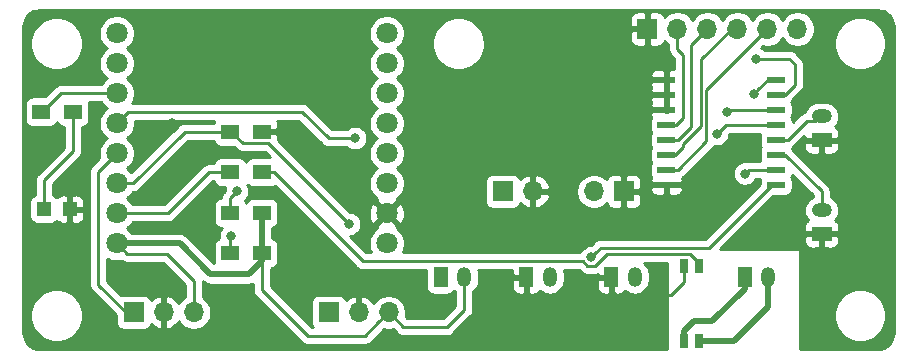
<source format=gbr>
G04 #@! TF.GenerationSoftware,KiCad,Pcbnew,(5.1.5)-3*
G04 #@! TF.CreationDate,2020-07-24T11:30:05+01:00*
G04 #@! TF.ProjectId,ESPControllerCircuit,45535043-6f6e-4747-926f-6c6c65724369,rev?*
G04 #@! TF.SameCoordinates,Original*
G04 #@! TF.FileFunction,Copper,L1,Top*
G04 #@! TF.FilePolarity,Positive*
%FSLAX46Y46*%
G04 Gerber Fmt 4.6, Leading zero omitted, Abs format (unit mm)*
G04 Created by KiCad (PCBNEW (5.1.5)-3) date 2020-07-24 11:30:05*
%MOMM*%
%LPD*%
G04 APERTURE LIST*
%ADD10R,1.700000X1.700000*%
%ADD11O,1.700000X1.700000*%
%ADD12R,1.200000X1.200000*%
%ADD13R,1.500000X0.600000*%
%ADD14R,1.700000X1.200000*%
%ADD15O,1.700000X1.200000*%
%ADD16R,1.200000X1.700000*%
%ADD17O,1.200000X1.700000*%
%ADD18R,1.500000X1.300000*%
%ADD19R,0.800000X1.300000*%
%ADD20C,1.800000*%
%ADD21C,0.800000*%
%ADD22C,0.250000*%
%ADD23C,0.500000*%
%ADD24C,0.254000*%
G04 APERTURE END LIST*
D10*
X99000000Y-128250000D03*
D11*
X101540000Y-128250000D03*
X104080000Y-128250000D03*
D10*
X82500000Y-128250000D03*
D11*
X85040000Y-128250000D03*
X87580000Y-128250000D03*
D12*
X74900000Y-119500000D03*
X77100000Y-119500000D03*
D13*
X127600000Y-108555000D03*
X127600000Y-109825000D03*
X127600000Y-111095000D03*
X127600000Y-112365000D03*
X127600000Y-113635000D03*
X127600000Y-114905000D03*
X127600000Y-116175000D03*
X127600000Y-117445000D03*
X136900000Y-117445000D03*
X136900000Y-116175000D03*
X136900000Y-114905000D03*
X136900000Y-113635000D03*
X136900000Y-112365000D03*
X136900000Y-111095000D03*
X136900000Y-109825000D03*
X136900000Y-108555000D03*
D14*
X140750000Y-113650000D03*
D15*
X140750000Y-111650000D03*
D14*
X140750000Y-121600000D03*
D15*
X140750000Y-119600000D03*
D16*
X122950000Y-125250000D03*
D17*
X124950000Y-125250000D03*
D16*
X115750000Y-125250000D03*
D17*
X117750000Y-125250000D03*
D10*
X124000000Y-118000000D03*
D11*
X121460000Y-118000000D03*
D10*
X126000000Y-104250000D03*
D11*
X128540000Y-104250000D03*
X131080000Y-104250000D03*
X133620000Y-104250000D03*
X136160000Y-104250000D03*
X138700000Y-104250000D03*
D18*
X93350000Y-123250000D03*
X90650000Y-123250000D03*
X93350000Y-119812500D03*
X90650000Y-119812500D03*
D19*
X130390000Y-124350000D03*
X129110000Y-124350000D03*
X129110000Y-130650000D03*
X130390000Y-130650000D03*
D16*
X134250000Y-125250000D03*
D17*
X136250000Y-125250000D03*
D16*
X108500000Y-125250000D03*
D17*
X110500000Y-125250000D03*
D18*
X93350000Y-116375000D03*
X90650000Y-116375000D03*
X93350000Y-112937500D03*
X90650000Y-112937500D03*
D10*
X113750000Y-118000000D03*
D11*
X116290000Y-118000000D03*
D18*
X77350000Y-111250000D03*
X74650000Y-111250000D03*
D20*
X103930000Y-104610000D03*
X81070000Y-104610000D03*
X103930000Y-107150000D03*
X81070000Y-107150000D03*
X103930000Y-109690000D03*
X81070000Y-109690000D03*
X103930000Y-112230000D03*
X81070000Y-112230000D03*
X103930000Y-114770000D03*
X81070000Y-114770000D03*
X103930000Y-117310000D03*
X81070000Y-117310000D03*
X103930000Y-119850000D03*
X81070000Y-119850000D03*
X103930000Y-122390000D03*
X81070000Y-122390000D03*
D21*
X88000000Y-121000000D03*
X78500000Y-113500000D03*
X109250000Y-112500000D03*
X124000000Y-108500000D03*
X86250000Y-116500000D03*
X85750000Y-112250000D03*
X135000000Y-109750000D03*
X100750000Y-120750000D03*
X91250000Y-117999994D03*
X135210009Y-106765029D03*
X90749984Y-121750000D03*
X132750004Y-111250004D03*
X101250000Y-113500000D03*
X131875000Y-113125000D03*
X121249998Y-123565021D03*
X134250000Y-116500000D03*
D22*
X129110000Y-125640000D02*
X129110000Y-124350000D01*
X128000000Y-126750000D02*
X129110000Y-125640000D01*
X123350000Y-126750000D02*
X128000000Y-126750000D01*
X122950000Y-125250000D02*
X122950000Y-126350000D01*
X122950000Y-126350000D02*
X123350000Y-126750000D01*
X127600000Y-111095000D02*
X127600000Y-108555000D01*
D23*
X93350000Y-122350000D02*
X93350000Y-119812500D01*
X93350000Y-123250000D02*
X93350000Y-122350000D01*
X93350000Y-123900000D02*
X93350000Y-123250000D01*
X92250000Y-125000000D02*
X93350000Y-123900000D01*
X89000000Y-125000000D02*
X92250000Y-125000000D01*
X81070000Y-122390000D02*
X86390000Y-122390000D01*
X86390000Y-122390000D02*
X89000000Y-125000000D01*
D22*
X87580000Y-125580000D02*
X87580000Y-128250000D01*
X85289999Y-123289999D02*
X87580000Y-125580000D01*
X81070000Y-122390000D02*
X81969999Y-123289999D01*
X81969999Y-123289999D02*
X85289999Y-123289999D01*
X103230001Y-129099999D02*
X104080000Y-128250000D01*
X102080000Y-130250000D02*
X103230001Y-129099999D01*
X97250000Y-130250000D02*
X102080000Y-130250000D01*
X93350000Y-123250000D02*
X93350000Y-126350000D01*
X93350000Y-126350000D02*
X97250000Y-130250000D01*
X104080000Y-128250000D02*
X105330000Y-129500000D01*
X105330000Y-129500000D02*
X109000000Y-129500000D01*
X110500000Y-128000000D02*
X110500000Y-125250000D01*
X109000000Y-129500000D02*
X110500000Y-128000000D01*
X137330000Y-108555000D02*
X136195000Y-108555000D01*
X136195000Y-108555000D02*
X135399999Y-109350001D01*
X135399999Y-109350001D02*
X135000000Y-109750000D01*
X79797208Y-109690000D02*
X81070000Y-109690000D01*
X76310000Y-109690000D02*
X79797208Y-109690000D01*
X74750000Y-111250000D02*
X76310000Y-109690000D01*
X74650000Y-111250000D02*
X74750000Y-111250000D01*
X77350000Y-114610000D02*
X77350000Y-111250000D01*
X74900000Y-119500000D02*
X74900000Y-117060000D01*
X74900000Y-117060000D02*
X77350000Y-114610000D01*
X101888022Y-123913022D02*
X94350000Y-116375000D01*
X130390000Y-124100000D02*
X129563022Y-123273022D01*
X129563022Y-123273022D02*
X122614999Y-123273022D01*
X94350000Y-116375000D02*
X93350000Y-116375000D01*
X122614999Y-123273022D02*
X121597999Y-124290022D01*
X120901997Y-124290022D02*
X120524997Y-123913022D01*
X121597999Y-124290022D02*
X120901997Y-124290022D01*
X130390000Y-124350000D02*
X130390000Y-124100000D01*
X120524997Y-123913022D02*
X101888022Y-123913022D01*
X88875000Y-116375000D02*
X90650000Y-116375000D01*
X81070000Y-119850000D02*
X85400000Y-119850000D01*
X85400000Y-119850000D02*
X88875000Y-116375000D01*
D23*
X129110000Y-129848916D02*
X129110000Y-130650000D01*
X129958916Y-129000000D02*
X129110000Y-129848916D01*
X131500000Y-129000000D02*
X129958916Y-129000000D01*
X134250000Y-125250000D02*
X134250000Y-126250000D01*
X134250000Y-126250000D02*
X131500000Y-129000000D01*
X136250000Y-127750000D02*
X136250000Y-125250000D01*
X130390000Y-130650000D02*
X133350000Y-130650000D01*
X133350000Y-130650000D02*
X136250000Y-127750000D01*
D22*
X82440000Y-117310000D02*
X81070000Y-117310000D01*
X86812500Y-112937500D02*
X82440000Y-117310000D01*
X90650000Y-112937500D02*
X86812500Y-112937500D01*
X93912501Y-113912501D02*
X100750000Y-120750000D01*
X91725001Y-113912501D02*
X93912501Y-113912501D01*
X90650000Y-112937500D02*
X90750000Y-112937500D01*
X90750000Y-112937500D02*
X91725001Y-113912501D01*
X90850001Y-118399993D02*
X91250000Y-117999994D01*
X90650000Y-118599994D02*
X90850001Y-118399993D01*
X90650000Y-119812500D02*
X90650000Y-118599994D01*
X137330000Y-109825000D02*
X137647500Y-109825000D01*
X137647500Y-109825000D02*
X138500000Y-108972500D01*
X138500000Y-108972500D02*
X138500000Y-107250000D01*
X138500000Y-107250000D02*
X138015029Y-106765029D01*
X138015029Y-106765029D02*
X135775694Y-106765029D01*
X135775694Y-106765029D02*
X135210009Y-106765029D01*
X90650000Y-123250000D02*
X90650000Y-121849984D01*
X90650000Y-121849984D02*
X90749984Y-121750000D01*
X137330000Y-111095000D02*
X132905008Y-111095000D01*
X132905008Y-111095000D02*
X132750004Y-111250004D01*
X82050000Y-111250000D02*
X81070000Y-112230000D01*
X96750000Y-111250000D02*
X82050000Y-111250000D01*
X101250000Y-113500000D02*
X99000000Y-113500000D01*
X99000000Y-113500000D02*
X96750000Y-111250000D01*
X137330000Y-112365000D02*
X132635000Y-112365000D01*
X132635000Y-112365000D02*
X132274999Y-112725001D01*
X132274999Y-112725001D02*
X131875000Y-113125000D01*
X128385000Y-112365000D02*
X127170000Y-112365000D01*
X128540000Y-104250000D02*
X128540000Y-105952081D01*
X129000000Y-111750000D02*
X128385000Y-112365000D01*
X129000000Y-106412081D02*
X129000000Y-111750000D01*
X128540000Y-105952081D02*
X129000000Y-106412081D01*
X129730001Y-112519999D02*
X128615000Y-113635000D01*
X128615000Y-113635000D02*
X127170000Y-113635000D01*
X131080000Y-104250000D02*
X129730001Y-105599999D01*
X129730001Y-105599999D02*
X129730001Y-112519999D01*
X128345000Y-114905000D02*
X127170000Y-114905000D01*
X129000000Y-114250000D02*
X128345000Y-114905000D01*
X129000000Y-114000000D02*
X129000000Y-114250000D01*
X130549991Y-106820009D02*
X130549991Y-112450009D01*
X133120000Y-104250000D02*
X130549991Y-106820009D01*
X130549991Y-112450009D02*
X129000000Y-114000000D01*
X133620000Y-104250000D02*
X133120000Y-104250000D01*
X127487500Y-116175000D02*
X127170000Y-116175000D01*
X131000002Y-109409998D02*
X131000002Y-113774998D01*
X128600000Y-116175000D02*
X127600000Y-116175000D01*
X131000002Y-113774998D02*
X128600000Y-116175000D01*
X136160000Y-104250000D02*
X131000002Y-109409998D01*
X121649997Y-123165022D02*
X121249998Y-123565021D01*
X122039997Y-122775022D02*
X121649997Y-123165022D01*
X131178478Y-122775022D02*
X122039997Y-122775022D01*
X136508500Y-117445000D02*
X131178478Y-122775022D01*
X137330000Y-117445000D02*
X136508500Y-117445000D01*
X124950000Y-125000000D02*
X124950000Y-125250000D01*
X137330000Y-116175000D02*
X134575000Y-116175000D01*
X134575000Y-116175000D02*
X134250000Y-116500000D01*
X140750000Y-118750000D02*
X140750000Y-119600000D01*
X140750000Y-118007500D02*
X140750000Y-118750000D01*
X137647500Y-114905000D02*
X140750000Y-118007500D01*
X137330000Y-114905000D02*
X137647500Y-114905000D01*
X140500000Y-111650000D02*
X140750000Y-111650000D01*
X139500000Y-112000000D02*
X140150000Y-112000000D01*
X140150000Y-112000000D02*
X140500000Y-111650000D01*
X137330000Y-113635000D02*
X137865000Y-113635000D01*
X137865000Y-113635000D02*
X139500000Y-112000000D01*
X81850000Y-128250000D02*
X82500000Y-128250000D01*
X79500000Y-125900000D02*
X81850000Y-128250000D01*
X81070000Y-114770000D02*
X79500000Y-116340000D01*
X79500000Y-116340000D02*
X79500000Y-125900000D01*
D24*
G36*
X145759659Y-102688625D02*
G01*
X146009429Y-102764035D01*
X146239792Y-102886522D01*
X146441980Y-103051422D01*
X146608286Y-103252450D01*
X146732378Y-103481954D01*
X146809531Y-103731195D01*
X146840000Y-104021089D01*
X146840001Y-129967711D01*
X146811375Y-130259660D01*
X146735965Y-130509429D01*
X146613477Y-130739794D01*
X146448579Y-130941979D01*
X146247546Y-131108288D01*
X146018046Y-131232378D01*
X145768805Y-131309531D01*
X145478911Y-131340000D01*
X138877000Y-131340000D01*
X138877000Y-128279872D01*
X141765000Y-128279872D01*
X141765000Y-128720128D01*
X141850890Y-129151925D01*
X142019369Y-129558669D01*
X142263962Y-129924729D01*
X142575271Y-130236038D01*
X142941331Y-130480631D01*
X143348075Y-130649110D01*
X143779872Y-130735000D01*
X144220128Y-130735000D01*
X144651925Y-130649110D01*
X145058669Y-130480631D01*
X145424729Y-130236038D01*
X145736038Y-129924729D01*
X145980631Y-129558669D01*
X146149110Y-129151925D01*
X146235000Y-128720128D01*
X146235000Y-128279872D01*
X146149110Y-127848075D01*
X145980631Y-127441331D01*
X145736038Y-127075271D01*
X145424729Y-126763962D01*
X145058669Y-126519369D01*
X144651925Y-126350890D01*
X144220128Y-126265000D01*
X143779872Y-126265000D01*
X143348075Y-126350890D01*
X142941331Y-126519369D01*
X142575271Y-126763962D01*
X142263962Y-127075271D01*
X142019369Y-127441331D01*
X141850890Y-127848075D01*
X141765000Y-128279872D01*
X138877000Y-128279872D01*
X138877000Y-123000000D01*
X138874560Y-122975224D01*
X138867333Y-122951399D01*
X138855597Y-122929443D01*
X138839803Y-122910197D01*
X138820557Y-122894403D01*
X138798601Y-122882667D01*
X138774776Y-122875440D01*
X138750000Y-122873000D01*
X132155301Y-122873000D01*
X132828301Y-122200000D01*
X139261928Y-122200000D01*
X139274188Y-122324482D01*
X139310498Y-122444180D01*
X139369463Y-122554494D01*
X139448815Y-122651185D01*
X139545506Y-122730537D01*
X139655820Y-122789502D01*
X139775518Y-122825812D01*
X139900000Y-122838072D01*
X140464250Y-122835000D01*
X140623000Y-122676250D01*
X140623000Y-121727000D01*
X140877000Y-121727000D01*
X140877000Y-122676250D01*
X141035750Y-122835000D01*
X141600000Y-122838072D01*
X141724482Y-122825812D01*
X141844180Y-122789502D01*
X141954494Y-122730537D01*
X142051185Y-122651185D01*
X142130537Y-122554494D01*
X142189502Y-122444180D01*
X142225812Y-122324482D01*
X142238072Y-122200000D01*
X142235000Y-121885750D01*
X142076250Y-121727000D01*
X140877000Y-121727000D01*
X140623000Y-121727000D01*
X139423750Y-121727000D01*
X139265000Y-121885750D01*
X139261928Y-122200000D01*
X132828301Y-122200000D01*
X136645231Y-118383072D01*
X137650000Y-118383072D01*
X137774482Y-118370812D01*
X137894180Y-118334502D01*
X138004494Y-118275537D01*
X138101185Y-118196185D01*
X138180537Y-118099494D01*
X138239502Y-117989180D01*
X138275812Y-117869482D01*
X138288072Y-117745000D01*
X138288072Y-117145000D01*
X138275812Y-117020518D01*
X138239502Y-116900820D01*
X138190957Y-116810000D01*
X138239502Y-116719180D01*
X138273803Y-116606104D01*
X139990000Y-118322302D01*
X139990000Y-118472250D01*
X139810551Y-118568167D01*
X139622498Y-118722498D01*
X139468167Y-118910551D01*
X139353489Y-119125099D01*
X139282870Y-119357898D01*
X139259025Y-119600000D01*
X139282870Y-119842102D01*
X139353489Y-120074901D01*
X139468167Y-120289449D01*
X139594436Y-120443309D01*
X139545506Y-120469463D01*
X139448815Y-120548815D01*
X139369463Y-120645506D01*
X139310498Y-120755820D01*
X139274188Y-120875518D01*
X139261928Y-121000000D01*
X139265000Y-121314250D01*
X139423750Y-121473000D01*
X140623000Y-121473000D01*
X140623000Y-121453000D01*
X140877000Y-121453000D01*
X140877000Y-121473000D01*
X142076250Y-121473000D01*
X142235000Y-121314250D01*
X142238072Y-121000000D01*
X142225812Y-120875518D01*
X142189502Y-120755820D01*
X142130537Y-120645506D01*
X142051185Y-120548815D01*
X141954494Y-120469463D01*
X141905564Y-120443309D01*
X142031833Y-120289449D01*
X142146511Y-120074901D01*
X142217130Y-119842102D01*
X142240975Y-119600000D01*
X142217130Y-119357898D01*
X142146511Y-119125099D01*
X142031833Y-118910551D01*
X141877502Y-118722498D01*
X141689449Y-118568167D01*
X141510000Y-118472250D01*
X141510000Y-118044833D01*
X141513677Y-118007500D01*
X141499003Y-117858514D01*
X141455546Y-117715253D01*
X141384974Y-117583224D01*
X141313799Y-117496497D01*
X141290001Y-117467499D01*
X141261004Y-117443702D01*
X138266229Y-114448928D01*
X138239502Y-114360820D01*
X138212795Y-114310855D01*
X138289276Y-114269974D01*
X138313614Y-114250000D01*
X139261928Y-114250000D01*
X139274188Y-114374482D01*
X139310498Y-114494180D01*
X139369463Y-114604494D01*
X139448815Y-114701185D01*
X139545506Y-114780537D01*
X139655820Y-114839502D01*
X139775518Y-114875812D01*
X139900000Y-114888072D01*
X140464250Y-114885000D01*
X140623000Y-114726250D01*
X140623000Y-113777000D01*
X140877000Y-113777000D01*
X140877000Y-114726250D01*
X141035750Y-114885000D01*
X141600000Y-114888072D01*
X141724482Y-114875812D01*
X141844180Y-114839502D01*
X141954494Y-114780537D01*
X142051185Y-114701185D01*
X142130537Y-114604494D01*
X142189502Y-114494180D01*
X142225812Y-114374482D01*
X142238072Y-114250000D01*
X142235000Y-113935750D01*
X142076250Y-113777000D01*
X140877000Y-113777000D01*
X140623000Y-113777000D01*
X139423750Y-113777000D01*
X139265000Y-113935750D01*
X139261928Y-114250000D01*
X138313614Y-114250000D01*
X138405001Y-114175001D01*
X138428804Y-114145997D01*
X139264473Y-113310329D01*
X139265000Y-113364250D01*
X139423750Y-113523000D01*
X140623000Y-113523000D01*
X140623000Y-113503000D01*
X140877000Y-113503000D01*
X140877000Y-113523000D01*
X142076250Y-113523000D01*
X142235000Y-113364250D01*
X142238072Y-113050000D01*
X142225812Y-112925518D01*
X142189502Y-112805820D01*
X142130537Y-112695506D01*
X142051185Y-112598815D01*
X141954494Y-112519463D01*
X141905564Y-112493309D01*
X142031833Y-112339449D01*
X142146511Y-112124901D01*
X142217130Y-111892102D01*
X142240975Y-111650000D01*
X142217130Y-111407898D01*
X142146511Y-111175099D01*
X142031833Y-110960551D01*
X141877502Y-110772498D01*
X141689449Y-110618167D01*
X141474901Y-110503489D01*
X141242102Y-110432870D01*
X141060665Y-110415000D01*
X140439335Y-110415000D01*
X140257898Y-110432870D01*
X140025099Y-110503489D01*
X139810551Y-110618167D01*
X139622498Y-110772498D01*
X139468167Y-110960551D01*
X139353489Y-111175099D01*
X139328383Y-111257862D01*
X139207753Y-111294454D01*
X139075724Y-111365026D01*
X138959999Y-111459999D01*
X138936201Y-111488997D01*
X138288072Y-112137126D01*
X138288072Y-112065000D01*
X138275812Y-111940518D01*
X138239502Y-111820820D01*
X138190957Y-111730000D01*
X138239502Y-111639180D01*
X138275812Y-111519482D01*
X138288072Y-111395000D01*
X138288072Y-110795000D01*
X138275812Y-110670518D01*
X138239502Y-110550820D01*
X138190957Y-110460000D01*
X138239502Y-110369180D01*
X138266229Y-110281072D01*
X139011004Y-109536298D01*
X139040001Y-109512501D01*
X139092852Y-109448102D01*
X139134974Y-109396777D01*
X139205546Y-109264747D01*
X139213357Y-109238998D01*
X139249003Y-109121486D01*
X139260000Y-109009833D01*
X139260000Y-109009824D01*
X139263676Y-108972501D01*
X139260000Y-108935178D01*
X139260000Y-107287333D01*
X139263677Y-107250000D01*
X139249003Y-107101014D01*
X139205546Y-106957753D01*
X139134974Y-106825724D01*
X139099645Y-106782676D01*
X139040001Y-106709999D01*
X139010997Y-106686196D01*
X138578833Y-106254032D01*
X138555030Y-106225028D01*
X138439305Y-106130055D01*
X138307276Y-106059483D01*
X138164015Y-106016026D01*
X138052362Y-106005029D01*
X138052351Y-106005029D01*
X138015029Y-106001353D01*
X137977707Y-106005029D01*
X135913720Y-106005029D01*
X135869783Y-105961092D01*
X135700265Y-105847824D01*
X135655514Y-105829288D01*
X135793592Y-105691210D01*
X136013740Y-105735000D01*
X136306260Y-105735000D01*
X136593158Y-105677932D01*
X136863411Y-105565990D01*
X137106632Y-105403475D01*
X137313475Y-105196632D01*
X137430000Y-105022240D01*
X137546525Y-105196632D01*
X137753368Y-105403475D01*
X137996589Y-105565990D01*
X138266842Y-105677932D01*
X138553740Y-105735000D01*
X138846260Y-105735000D01*
X139133158Y-105677932D01*
X139403411Y-105565990D01*
X139646632Y-105403475D01*
X139770235Y-105279872D01*
X141765000Y-105279872D01*
X141765000Y-105720128D01*
X141850890Y-106151925D01*
X142019369Y-106558669D01*
X142263962Y-106924729D01*
X142575271Y-107236038D01*
X142941331Y-107480631D01*
X143348075Y-107649110D01*
X143779872Y-107735000D01*
X144220128Y-107735000D01*
X144651925Y-107649110D01*
X145058669Y-107480631D01*
X145424729Y-107236038D01*
X145736038Y-106924729D01*
X145980631Y-106558669D01*
X146149110Y-106151925D01*
X146235000Y-105720128D01*
X146235000Y-105279872D01*
X146149110Y-104848075D01*
X145980631Y-104441331D01*
X145736038Y-104075271D01*
X145424729Y-103763962D01*
X145058669Y-103519369D01*
X144651925Y-103350890D01*
X144220128Y-103265000D01*
X143779872Y-103265000D01*
X143348075Y-103350890D01*
X142941331Y-103519369D01*
X142575271Y-103763962D01*
X142263962Y-104075271D01*
X142019369Y-104441331D01*
X141850890Y-104848075D01*
X141765000Y-105279872D01*
X139770235Y-105279872D01*
X139853475Y-105196632D01*
X140015990Y-104953411D01*
X140127932Y-104683158D01*
X140185000Y-104396260D01*
X140185000Y-104103740D01*
X140127932Y-103816842D01*
X140015990Y-103546589D01*
X139853475Y-103303368D01*
X139646632Y-103096525D01*
X139403411Y-102934010D01*
X139133158Y-102822068D01*
X138846260Y-102765000D01*
X138553740Y-102765000D01*
X138266842Y-102822068D01*
X137996589Y-102934010D01*
X137753368Y-103096525D01*
X137546525Y-103303368D01*
X137430000Y-103477760D01*
X137313475Y-103303368D01*
X137106632Y-103096525D01*
X136863411Y-102934010D01*
X136593158Y-102822068D01*
X136306260Y-102765000D01*
X136013740Y-102765000D01*
X135726842Y-102822068D01*
X135456589Y-102934010D01*
X135213368Y-103096525D01*
X135006525Y-103303368D01*
X134890000Y-103477760D01*
X134773475Y-103303368D01*
X134566632Y-103096525D01*
X134323411Y-102934010D01*
X134053158Y-102822068D01*
X133766260Y-102765000D01*
X133473740Y-102765000D01*
X133186842Y-102822068D01*
X132916589Y-102934010D01*
X132673368Y-103096525D01*
X132466525Y-103303368D01*
X132350000Y-103477760D01*
X132233475Y-103303368D01*
X132026632Y-103096525D01*
X131783411Y-102934010D01*
X131513158Y-102822068D01*
X131226260Y-102765000D01*
X130933740Y-102765000D01*
X130646842Y-102822068D01*
X130376589Y-102934010D01*
X130133368Y-103096525D01*
X129926525Y-103303368D01*
X129810000Y-103477760D01*
X129693475Y-103303368D01*
X129486632Y-103096525D01*
X129243411Y-102934010D01*
X128973158Y-102822068D01*
X128686260Y-102765000D01*
X128393740Y-102765000D01*
X128106842Y-102822068D01*
X127836589Y-102934010D01*
X127593368Y-103096525D01*
X127461513Y-103228380D01*
X127439502Y-103155820D01*
X127380537Y-103045506D01*
X127301185Y-102948815D01*
X127204494Y-102869463D01*
X127094180Y-102810498D01*
X126974482Y-102774188D01*
X126850000Y-102761928D01*
X126285750Y-102765000D01*
X126127000Y-102923750D01*
X126127000Y-104123000D01*
X126147000Y-104123000D01*
X126147000Y-104377000D01*
X126127000Y-104377000D01*
X126127000Y-105576250D01*
X126285750Y-105735000D01*
X126850000Y-105738072D01*
X126974482Y-105725812D01*
X127094180Y-105689502D01*
X127204494Y-105630537D01*
X127301185Y-105551185D01*
X127380537Y-105454494D01*
X127439502Y-105344180D01*
X127461513Y-105271620D01*
X127593368Y-105403475D01*
X127780001Y-105528179D01*
X127780001Y-105914749D01*
X127776324Y-105952081D01*
X127780001Y-105989414D01*
X127790998Y-106101067D01*
X127795062Y-106114463D01*
X127834454Y-106244327D01*
X127905026Y-106376357D01*
X127976201Y-106463083D01*
X128000000Y-106492082D01*
X128028998Y-106515880D01*
X128240000Y-106726882D01*
X128240000Y-107617656D01*
X127885750Y-107620000D01*
X127727000Y-107778750D01*
X127727000Y-108428000D01*
X127747000Y-108428000D01*
X127747000Y-108682000D01*
X127727000Y-108682000D01*
X127727000Y-109698000D01*
X127747000Y-109698000D01*
X127747000Y-109952000D01*
X127727000Y-109952000D01*
X127727000Y-110968000D01*
X127747000Y-110968000D01*
X127747000Y-111222000D01*
X127727000Y-111222000D01*
X127727000Y-111242000D01*
X127473000Y-111242000D01*
X127473000Y-111222000D01*
X126373750Y-111222000D01*
X126215000Y-111380750D01*
X126211928Y-111395000D01*
X126224188Y-111519482D01*
X126260498Y-111639180D01*
X126309043Y-111730000D01*
X126260498Y-111820820D01*
X126224188Y-111940518D01*
X126211928Y-112065000D01*
X126211928Y-112665000D01*
X126224188Y-112789482D01*
X126260498Y-112909180D01*
X126309043Y-113000000D01*
X126260498Y-113090820D01*
X126224188Y-113210518D01*
X126211928Y-113335000D01*
X126211928Y-113935000D01*
X126224188Y-114059482D01*
X126260498Y-114179180D01*
X126309043Y-114270000D01*
X126260498Y-114360820D01*
X126224188Y-114480518D01*
X126211928Y-114605000D01*
X126211928Y-115205000D01*
X126224188Y-115329482D01*
X126260498Y-115449180D01*
X126309043Y-115540000D01*
X126260498Y-115630820D01*
X126224188Y-115750518D01*
X126211928Y-115875000D01*
X126211928Y-116475000D01*
X126224188Y-116599482D01*
X126260498Y-116719180D01*
X126309043Y-116810000D01*
X126260498Y-116900820D01*
X126224188Y-117020518D01*
X126211928Y-117145000D01*
X126215000Y-117159250D01*
X126373750Y-117318000D01*
X127473000Y-117318000D01*
X127473000Y-117298000D01*
X127727000Y-117298000D01*
X127727000Y-117318000D01*
X128826250Y-117318000D01*
X128985000Y-117159250D01*
X128988072Y-117145000D01*
X128975812Y-117020518D01*
X128939502Y-116900820D01*
X128920572Y-116865406D01*
X129024276Y-116809974D01*
X129140001Y-116715001D01*
X129163804Y-116685997D01*
X131511010Y-114338793D01*
X131540003Y-114314999D01*
X131563797Y-114286006D01*
X131563801Y-114286002D01*
X131629829Y-114205546D01*
X131634976Y-114199274D01*
X131667222Y-114138947D01*
X131773061Y-114160000D01*
X131976939Y-114160000D01*
X132176898Y-114120226D01*
X132365256Y-114042205D01*
X132534774Y-113928937D01*
X132678937Y-113784774D01*
X132792205Y-113615256D01*
X132870226Y-113426898D01*
X132910000Y-113226939D01*
X132910000Y-113164801D01*
X132949801Y-113125000D01*
X135550130Y-113125000D01*
X135524188Y-113210518D01*
X135511928Y-113335000D01*
X135511928Y-113935000D01*
X135524188Y-114059482D01*
X135560498Y-114179180D01*
X135609043Y-114270000D01*
X135560498Y-114360820D01*
X135524188Y-114480518D01*
X135511928Y-114605000D01*
X135511928Y-115205000D01*
X135524188Y-115329482D01*
X135550130Y-115415000D01*
X134612322Y-115415000D01*
X134574999Y-115411324D01*
X134537676Y-115415000D01*
X134537667Y-115415000D01*
X134426014Y-115425997D01*
X134297436Y-115465000D01*
X134148061Y-115465000D01*
X133948102Y-115504774D01*
X133759744Y-115582795D01*
X133590226Y-115696063D01*
X133446063Y-115840226D01*
X133332795Y-116009744D01*
X133254774Y-116198102D01*
X133215000Y-116398061D01*
X133215000Y-116601939D01*
X133254774Y-116801898D01*
X133332795Y-116990256D01*
X133446063Y-117159774D01*
X133590226Y-117303937D01*
X133759744Y-117417205D01*
X133948102Y-117495226D01*
X134148061Y-117535000D01*
X134351939Y-117535000D01*
X134551898Y-117495226D01*
X134740256Y-117417205D01*
X134909774Y-117303937D01*
X135053937Y-117159774D01*
X135167205Y-116990256D01*
X135190093Y-116935000D01*
X135550130Y-116935000D01*
X135524188Y-117020518D01*
X135511928Y-117145000D01*
X135511928Y-117366769D01*
X130863677Y-122015022D01*
X122077319Y-122015022D01*
X122039996Y-122011346D01*
X122002673Y-122015022D01*
X122002664Y-122015022D01*
X121891011Y-122026019D01*
X121747750Y-122069476D01*
X121615721Y-122140048D01*
X121499996Y-122235021D01*
X121476193Y-122264025D01*
X121210197Y-122530021D01*
X121148059Y-122530021D01*
X120948100Y-122569795D01*
X120759742Y-122647816D01*
X120590224Y-122761084D01*
X120446061Y-122905247D01*
X120332793Y-123074765D01*
X120300378Y-123153022D01*
X105266293Y-123153022D01*
X105290299Y-123117095D01*
X105406011Y-122837743D01*
X105465000Y-122541184D01*
X105465000Y-122238816D01*
X105406011Y-121942257D01*
X105290299Y-121662905D01*
X105122312Y-121411495D01*
X104908505Y-121197688D01*
X104754895Y-121095049D01*
X104814475Y-120914080D01*
X103930000Y-120029605D01*
X103045525Y-120914080D01*
X103105105Y-121095049D01*
X102951495Y-121197688D01*
X102737688Y-121411495D01*
X102569701Y-121662905D01*
X102453989Y-121942257D01*
X102395000Y-122238816D01*
X102395000Y-122541184D01*
X102453989Y-122837743D01*
X102569701Y-123117095D01*
X102593707Y-123153022D01*
X102202824Y-123153022D01*
X100834802Y-121785000D01*
X100851939Y-121785000D01*
X101051898Y-121745226D01*
X101240256Y-121667205D01*
X101409774Y-121553937D01*
X101553937Y-121409774D01*
X101667205Y-121240256D01*
X101745226Y-121051898D01*
X101785000Y-120851939D01*
X101785000Y-120648061D01*
X101745226Y-120448102D01*
X101667205Y-120259744D01*
X101553937Y-120090226D01*
X101409774Y-119946063D01*
X101365610Y-119916553D01*
X102389009Y-119916553D01*
X102431603Y-120215907D01*
X102531778Y-120501199D01*
X102611739Y-120650792D01*
X102865920Y-120734475D01*
X103750395Y-119850000D01*
X104109605Y-119850000D01*
X104994080Y-120734475D01*
X105248261Y-120650792D01*
X105379158Y-120378225D01*
X105454365Y-120085358D01*
X105470991Y-119783447D01*
X105428397Y-119484093D01*
X105328222Y-119198801D01*
X105248261Y-119049208D01*
X104994080Y-118965525D01*
X104109605Y-119850000D01*
X103750395Y-119850000D01*
X102865920Y-118965525D01*
X102611739Y-119049208D01*
X102480842Y-119321775D01*
X102405635Y-119614642D01*
X102389009Y-119916553D01*
X101365610Y-119916553D01*
X101240256Y-119832795D01*
X101051898Y-119754774D01*
X100851939Y-119715000D01*
X100789802Y-119715000D01*
X94731279Y-113656477D01*
X94738072Y-113587500D01*
X94735000Y-113223250D01*
X94576250Y-113064500D01*
X93477000Y-113064500D01*
X93477000Y-113084500D01*
X93223000Y-113084500D01*
X93223000Y-113064500D01*
X93203000Y-113064500D01*
X93203000Y-112810500D01*
X93223000Y-112810500D01*
X93223000Y-112790500D01*
X93477000Y-112790500D01*
X93477000Y-112810500D01*
X94576250Y-112810500D01*
X94735000Y-112651750D01*
X94738072Y-112287500D01*
X94725812Y-112163018D01*
X94689502Y-112043320D01*
X94671692Y-112010000D01*
X96435199Y-112010000D01*
X98436201Y-114011003D01*
X98459999Y-114040001D01*
X98575724Y-114134974D01*
X98707753Y-114205546D01*
X98851014Y-114249003D01*
X99000000Y-114263677D01*
X99037333Y-114260000D01*
X100546289Y-114260000D01*
X100590226Y-114303937D01*
X100759744Y-114417205D01*
X100948102Y-114495226D01*
X101148061Y-114535000D01*
X101351939Y-114535000D01*
X101551898Y-114495226D01*
X101740256Y-114417205D01*
X101909774Y-114303937D01*
X102053937Y-114159774D01*
X102167205Y-113990256D01*
X102245226Y-113801898D01*
X102285000Y-113601939D01*
X102285000Y-113398061D01*
X102245226Y-113198102D01*
X102167205Y-113009744D01*
X102053937Y-112840226D01*
X101909774Y-112696063D01*
X101740256Y-112582795D01*
X101551898Y-112504774D01*
X101351939Y-112465000D01*
X101148061Y-112465000D01*
X100948102Y-112504774D01*
X100759744Y-112582795D01*
X100590226Y-112696063D01*
X100546289Y-112740000D01*
X99314802Y-112740000D01*
X97313803Y-110739002D01*
X97290001Y-110709999D01*
X97174276Y-110615026D01*
X97042247Y-110544454D01*
X96898986Y-110500997D01*
X96787333Y-110490000D01*
X96787322Y-110490000D01*
X96750000Y-110486324D01*
X96712678Y-110490000D01*
X82381585Y-110490000D01*
X82430299Y-110417095D01*
X82546011Y-110137743D01*
X82605000Y-109841184D01*
X82605000Y-109538816D01*
X82546011Y-109242257D01*
X82430299Y-108962905D01*
X82262312Y-108711495D01*
X82048505Y-108497688D01*
X81932237Y-108420000D01*
X82048505Y-108342312D01*
X82262312Y-108128505D01*
X82430299Y-107877095D01*
X82546011Y-107597743D01*
X82605000Y-107301184D01*
X82605000Y-106998816D01*
X82546011Y-106702257D01*
X82430299Y-106422905D01*
X82262312Y-106171495D01*
X82048505Y-105957688D01*
X81932237Y-105880000D01*
X82048505Y-105802312D01*
X82262312Y-105588505D01*
X82430299Y-105337095D01*
X82546011Y-105057743D01*
X82605000Y-104761184D01*
X82605000Y-104458816D01*
X102395000Y-104458816D01*
X102395000Y-104761184D01*
X102453989Y-105057743D01*
X102569701Y-105337095D01*
X102737688Y-105588505D01*
X102951495Y-105802312D01*
X103067763Y-105880000D01*
X102951495Y-105957688D01*
X102737688Y-106171495D01*
X102569701Y-106422905D01*
X102453989Y-106702257D01*
X102395000Y-106998816D01*
X102395000Y-107301184D01*
X102453989Y-107597743D01*
X102569701Y-107877095D01*
X102737688Y-108128505D01*
X102951495Y-108342312D01*
X103067763Y-108420000D01*
X102951495Y-108497688D01*
X102737688Y-108711495D01*
X102569701Y-108962905D01*
X102453989Y-109242257D01*
X102395000Y-109538816D01*
X102395000Y-109841184D01*
X102453989Y-110137743D01*
X102569701Y-110417095D01*
X102737688Y-110668505D01*
X102951495Y-110882312D01*
X103067763Y-110960000D01*
X102951495Y-111037688D01*
X102737688Y-111251495D01*
X102569701Y-111502905D01*
X102453989Y-111782257D01*
X102395000Y-112078816D01*
X102395000Y-112381184D01*
X102453989Y-112677743D01*
X102569701Y-112957095D01*
X102737688Y-113208505D01*
X102951495Y-113422312D01*
X103067763Y-113500000D01*
X102951495Y-113577688D01*
X102737688Y-113791495D01*
X102569701Y-114042905D01*
X102453989Y-114322257D01*
X102395000Y-114618816D01*
X102395000Y-114921184D01*
X102453989Y-115217743D01*
X102569701Y-115497095D01*
X102737688Y-115748505D01*
X102951495Y-115962312D01*
X103067763Y-116040000D01*
X102951495Y-116117688D01*
X102737688Y-116331495D01*
X102569701Y-116582905D01*
X102453989Y-116862257D01*
X102395000Y-117158816D01*
X102395000Y-117461184D01*
X102453989Y-117757743D01*
X102569701Y-118037095D01*
X102737688Y-118288505D01*
X102951495Y-118502312D01*
X103105105Y-118604951D01*
X103045525Y-118785920D01*
X103930000Y-119670395D01*
X104814475Y-118785920D01*
X104754895Y-118604951D01*
X104908505Y-118502312D01*
X105122312Y-118288505D01*
X105290299Y-118037095D01*
X105406011Y-117757743D01*
X105465000Y-117461184D01*
X105465000Y-117158816D01*
X105463247Y-117150000D01*
X112261928Y-117150000D01*
X112261928Y-118850000D01*
X112274188Y-118974482D01*
X112310498Y-119094180D01*
X112369463Y-119204494D01*
X112448815Y-119301185D01*
X112545506Y-119380537D01*
X112655820Y-119439502D01*
X112775518Y-119475812D01*
X112900000Y-119488072D01*
X114600000Y-119488072D01*
X114724482Y-119475812D01*
X114844180Y-119439502D01*
X114954494Y-119380537D01*
X115051185Y-119301185D01*
X115130537Y-119204494D01*
X115189502Y-119094180D01*
X115213966Y-119013534D01*
X115289731Y-119097588D01*
X115523080Y-119271641D01*
X115785901Y-119396825D01*
X115933110Y-119441476D01*
X116163000Y-119320155D01*
X116163000Y-118127000D01*
X116417000Y-118127000D01*
X116417000Y-119320155D01*
X116646890Y-119441476D01*
X116794099Y-119396825D01*
X117056920Y-119271641D01*
X117290269Y-119097588D01*
X117485178Y-118881355D01*
X117634157Y-118631252D01*
X117731481Y-118356891D01*
X117610814Y-118127000D01*
X116417000Y-118127000D01*
X116163000Y-118127000D01*
X116143000Y-118127000D01*
X116143000Y-117873000D01*
X116163000Y-117873000D01*
X116163000Y-116679845D01*
X116417000Y-116679845D01*
X116417000Y-117873000D01*
X117610814Y-117873000D01*
X117620923Y-117853740D01*
X119975000Y-117853740D01*
X119975000Y-118146260D01*
X120032068Y-118433158D01*
X120144010Y-118703411D01*
X120306525Y-118946632D01*
X120513368Y-119153475D01*
X120756589Y-119315990D01*
X121026842Y-119427932D01*
X121313740Y-119485000D01*
X121606260Y-119485000D01*
X121893158Y-119427932D01*
X122163411Y-119315990D01*
X122406632Y-119153475D01*
X122538487Y-119021620D01*
X122560498Y-119094180D01*
X122619463Y-119204494D01*
X122698815Y-119301185D01*
X122795506Y-119380537D01*
X122905820Y-119439502D01*
X123025518Y-119475812D01*
X123150000Y-119488072D01*
X123714250Y-119485000D01*
X123873000Y-119326250D01*
X123873000Y-118127000D01*
X124127000Y-118127000D01*
X124127000Y-119326250D01*
X124285750Y-119485000D01*
X124850000Y-119488072D01*
X124974482Y-119475812D01*
X125094180Y-119439502D01*
X125204494Y-119380537D01*
X125301185Y-119301185D01*
X125380537Y-119204494D01*
X125439502Y-119094180D01*
X125475812Y-118974482D01*
X125488072Y-118850000D01*
X125485000Y-118285750D01*
X125326250Y-118127000D01*
X124127000Y-118127000D01*
X123873000Y-118127000D01*
X123853000Y-118127000D01*
X123853000Y-117873000D01*
X123873000Y-117873000D01*
X123873000Y-116673750D01*
X124127000Y-116673750D01*
X124127000Y-117873000D01*
X125326250Y-117873000D01*
X125454250Y-117745000D01*
X126211928Y-117745000D01*
X126224188Y-117869482D01*
X126260498Y-117989180D01*
X126319463Y-118099494D01*
X126398815Y-118196185D01*
X126495506Y-118275537D01*
X126605820Y-118334502D01*
X126725518Y-118370812D01*
X126850000Y-118383072D01*
X127314250Y-118380000D01*
X127473000Y-118221250D01*
X127473000Y-117572000D01*
X127727000Y-117572000D01*
X127727000Y-118221250D01*
X127885750Y-118380000D01*
X128350000Y-118383072D01*
X128474482Y-118370812D01*
X128594180Y-118334502D01*
X128704494Y-118275537D01*
X128801185Y-118196185D01*
X128880537Y-118099494D01*
X128939502Y-117989180D01*
X128975812Y-117869482D01*
X128988072Y-117745000D01*
X128985000Y-117730750D01*
X128826250Y-117572000D01*
X127727000Y-117572000D01*
X127473000Y-117572000D01*
X126373750Y-117572000D01*
X126215000Y-117730750D01*
X126211928Y-117745000D01*
X125454250Y-117745000D01*
X125485000Y-117714250D01*
X125488072Y-117150000D01*
X125475812Y-117025518D01*
X125439502Y-116905820D01*
X125380537Y-116795506D01*
X125301185Y-116698815D01*
X125204494Y-116619463D01*
X125094180Y-116560498D01*
X124974482Y-116524188D01*
X124850000Y-116511928D01*
X124285750Y-116515000D01*
X124127000Y-116673750D01*
X123873000Y-116673750D01*
X123714250Y-116515000D01*
X123150000Y-116511928D01*
X123025518Y-116524188D01*
X122905820Y-116560498D01*
X122795506Y-116619463D01*
X122698815Y-116698815D01*
X122619463Y-116795506D01*
X122560498Y-116905820D01*
X122538487Y-116978380D01*
X122406632Y-116846525D01*
X122163411Y-116684010D01*
X121893158Y-116572068D01*
X121606260Y-116515000D01*
X121313740Y-116515000D01*
X121026842Y-116572068D01*
X120756589Y-116684010D01*
X120513368Y-116846525D01*
X120306525Y-117053368D01*
X120144010Y-117296589D01*
X120032068Y-117566842D01*
X119975000Y-117853740D01*
X117620923Y-117853740D01*
X117731481Y-117643109D01*
X117634157Y-117368748D01*
X117485178Y-117118645D01*
X117290269Y-116902412D01*
X117056920Y-116728359D01*
X116794099Y-116603175D01*
X116646890Y-116558524D01*
X116417000Y-116679845D01*
X116163000Y-116679845D01*
X115933110Y-116558524D01*
X115785901Y-116603175D01*
X115523080Y-116728359D01*
X115289731Y-116902412D01*
X115213966Y-116986466D01*
X115189502Y-116905820D01*
X115130537Y-116795506D01*
X115051185Y-116698815D01*
X114954494Y-116619463D01*
X114844180Y-116560498D01*
X114724482Y-116524188D01*
X114600000Y-116511928D01*
X112900000Y-116511928D01*
X112775518Y-116524188D01*
X112655820Y-116560498D01*
X112545506Y-116619463D01*
X112448815Y-116698815D01*
X112369463Y-116795506D01*
X112310498Y-116905820D01*
X112274188Y-117025518D01*
X112261928Y-117150000D01*
X105463247Y-117150000D01*
X105406011Y-116862257D01*
X105290299Y-116582905D01*
X105122312Y-116331495D01*
X104908505Y-116117688D01*
X104792237Y-116040000D01*
X104908505Y-115962312D01*
X105122312Y-115748505D01*
X105290299Y-115497095D01*
X105406011Y-115217743D01*
X105465000Y-114921184D01*
X105465000Y-114618816D01*
X105406011Y-114322257D01*
X105290299Y-114042905D01*
X105122312Y-113791495D01*
X104908505Y-113577688D01*
X104792237Y-113500000D01*
X104908505Y-113422312D01*
X105122312Y-113208505D01*
X105290299Y-112957095D01*
X105406011Y-112677743D01*
X105465000Y-112381184D01*
X105465000Y-112078816D01*
X105406011Y-111782257D01*
X105290299Y-111502905D01*
X105122312Y-111251495D01*
X104908505Y-111037688D01*
X104792237Y-110960000D01*
X104908505Y-110882312D01*
X105122312Y-110668505D01*
X105290299Y-110417095D01*
X105406011Y-110137743D01*
X105408545Y-110125000D01*
X126211928Y-110125000D01*
X126224188Y-110249482D01*
X126260498Y-110369180D01*
X126309043Y-110460000D01*
X126260498Y-110550820D01*
X126224188Y-110670518D01*
X126211928Y-110795000D01*
X126215000Y-110809250D01*
X126373750Y-110968000D01*
X127473000Y-110968000D01*
X127473000Y-109952000D01*
X126373750Y-109952000D01*
X126215000Y-110110750D01*
X126211928Y-110125000D01*
X105408545Y-110125000D01*
X105465000Y-109841184D01*
X105465000Y-109538816D01*
X105406011Y-109242257D01*
X105290299Y-108962905D01*
X105218200Y-108855000D01*
X126211928Y-108855000D01*
X126224188Y-108979482D01*
X126260498Y-109099180D01*
X126309043Y-109190000D01*
X126260498Y-109280820D01*
X126224188Y-109400518D01*
X126211928Y-109525000D01*
X126215000Y-109539250D01*
X126373750Y-109698000D01*
X127473000Y-109698000D01*
X127473000Y-108682000D01*
X126373750Y-108682000D01*
X126215000Y-108840750D01*
X126211928Y-108855000D01*
X105218200Y-108855000D01*
X105122312Y-108711495D01*
X104908505Y-108497688D01*
X104792237Y-108420000D01*
X104908505Y-108342312D01*
X104995817Y-108255000D01*
X126211928Y-108255000D01*
X126215000Y-108269250D01*
X126373750Y-108428000D01*
X127473000Y-108428000D01*
X127473000Y-107778750D01*
X127314250Y-107620000D01*
X126850000Y-107616928D01*
X126725518Y-107629188D01*
X126605820Y-107665498D01*
X126495506Y-107724463D01*
X126398815Y-107803815D01*
X126319463Y-107900506D01*
X126260498Y-108010820D01*
X126224188Y-108130518D01*
X126211928Y-108255000D01*
X104995817Y-108255000D01*
X105122312Y-108128505D01*
X105290299Y-107877095D01*
X105406011Y-107597743D01*
X105465000Y-107301184D01*
X105465000Y-106998816D01*
X105406011Y-106702257D01*
X105290299Y-106422905D01*
X105122312Y-106171495D01*
X104908505Y-105957688D01*
X104792237Y-105880000D01*
X104908505Y-105802312D01*
X105122312Y-105588505D01*
X105290299Y-105337095D01*
X105314001Y-105279872D01*
X107765000Y-105279872D01*
X107765000Y-105720128D01*
X107850890Y-106151925D01*
X108019369Y-106558669D01*
X108263962Y-106924729D01*
X108575271Y-107236038D01*
X108941331Y-107480631D01*
X109348075Y-107649110D01*
X109779872Y-107735000D01*
X110220128Y-107735000D01*
X110651925Y-107649110D01*
X111058669Y-107480631D01*
X111424729Y-107236038D01*
X111736038Y-106924729D01*
X111980631Y-106558669D01*
X112149110Y-106151925D01*
X112235000Y-105720128D01*
X112235000Y-105279872D01*
X112199222Y-105100000D01*
X124511928Y-105100000D01*
X124524188Y-105224482D01*
X124560498Y-105344180D01*
X124619463Y-105454494D01*
X124698815Y-105551185D01*
X124795506Y-105630537D01*
X124905820Y-105689502D01*
X125025518Y-105725812D01*
X125150000Y-105738072D01*
X125714250Y-105735000D01*
X125873000Y-105576250D01*
X125873000Y-104377000D01*
X124673750Y-104377000D01*
X124515000Y-104535750D01*
X124511928Y-105100000D01*
X112199222Y-105100000D01*
X112149110Y-104848075D01*
X111980631Y-104441331D01*
X111736038Y-104075271D01*
X111424729Y-103763962D01*
X111058669Y-103519369D01*
X110770487Y-103400000D01*
X124511928Y-103400000D01*
X124515000Y-103964250D01*
X124673750Y-104123000D01*
X125873000Y-104123000D01*
X125873000Y-102923750D01*
X125714250Y-102765000D01*
X125150000Y-102761928D01*
X125025518Y-102774188D01*
X124905820Y-102810498D01*
X124795506Y-102869463D01*
X124698815Y-102948815D01*
X124619463Y-103045506D01*
X124560498Y-103155820D01*
X124524188Y-103275518D01*
X124511928Y-103400000D01*
X110770487Y-103400000D01*
X110651925Y-103350890D01*
X110220128Y-103265000D01*
X109779872Y-103265000D01*
X109348075Y-103350890D01*
X108941331Y-103519369D01*
X108575271Y-103763962D01*
X108263962Y-104075271D01*
X108019369Y-104441331D01*
X107850890Y-104848075D01*
X107765000Y-105279872D01*
X105314001Y-105279872D01*
X105406011Y-105057743D01*
X105465000Y-104761184D01*
X105465000Y-104458816D01*
X105406011Y-104162257D01*
X105290299Y-103882905D01*
X105122312Y-103631495D01*
X104908505Y-103417688D01*
X104657095Y-103249701D01*
X104377743Y-103133989D01*
X104081184Y-103075000D01*
X103778816Y-103075000D01*
X103482257Y-103133989D01*
X103202905Y-103249701D01*
X102951495Y-103417688D01*
X102737688Y-103631495D01*
X102569701Y-103882905D01*
X102453989Y-104162257D01*
X102395000Y-104458816D01*
X82605000Y-104458816D01*
X82546011Y-104162257D01*
X82430299Y-103882905D01*
X82262312Y-103631495D01*
X82048505Y-103417688D01*
X81797095Y-103249701D01*
X81517743Y-103133989D01*
X81221184Y-103075000D01*
X80918816Y-103075000D01*
X80622257Y-103133989D01*
X80342905Y-103249701D01*
X80091495Y-103417688D01*
X79877688Y-103631495D01*
X79709701Y-103882905D01*
X79593989Y-104162257D01*
X79535000Y-104458816D01*
X79535000Y-104761184D01*
X79593989Y-105057743D01*
X79709701Y-105337095D01*
X79877688Y-105588505D01*
X80091495Y-105802312D01*
X80207763Y-105880000D01*
X80091495Y-105957688D01*
X79877688Y-106171495D01*
X79709701Y-106422905D01*
X79593989Y-106702257D01*
X79535000Y-106998816D01*
X79535000Y-107301184D01*
X79593989Y-107597743D01*
X79709701Y-107877095D01*
X79877688Y-108128505D01*
X80091495Y-108342312D01*
X80207763Y-108420000D01*
X80091495Y-108497688D01*
X79877688Y-108711495D01*
X79731687Y-108930000D01*
X76347322Y-108930000D01*
X76309999Y-108926324D01*
X76272676Y-108930000D01*
X76272667Y-108930000D01*
X76161014Y-108940997D01*
X76034823Y-108979276D01*
X76017753Y-108984454D01*
X75885723Y-109055026D01*
X75837014Y-109095001D01*
X75769999Y-109149999D01*
X75746201Y-109178997D01*
X74963271Y-109961928D01*
X73900000Y-109961928D01*
X73775518Y-109974188D01*
X73655820Y-110010498D01*
X73545506Y-110069463D01*
X73448815Y-110148815D01*
X73369463Y-110245506D01*
X73310498Y-110355820D01*
X73274188Y-110475518D01*
X73261928Y-110600000D01*
X73261928Y-111900000D01*
X73274188Y-112024482D01*
X73310498Y-112144180D01*
X73369463Y-112254494D01*
X73448815Y-112351185D01*
X73545506Y-112430537D01*
X73655820Y-112489502D01*
X73775518Y-112525812D01*
X73900000Y-112538072D01*
X75400000Y-112538072D01*
X75524482Y-112525812D01*
X75644180Y-112489502D01*
X75754494Y-112430537D01*
X75851185Y-112351185D01*
X75930537Y-112254494D01*
X75989502Y-112144180D01*
X76000000Y-112109573D01*
X76010498Y-112144180D01*
X76069463Y-112254494D01*
X76148815Y-112351185D01*
X76245506Y-112430537D01*
X76355820Y-112489502D01*
X76475518Y-112525812D01*
X76590001Y-112537087D01*
X76590000Y-114295198D01*
X74388998Y-116496201D01*
X74360000Y-116519999D01*
X74336202Y-116548997D01*
X74336201Y-116548998D01*
X74265026Y-116635724D01*
X74194454Y-116767754D01*
X74175726Y-116829494D01*
X74150998Y-116911014D01*
X74145681Y-116964994D01*
X74136324Y-117060000D01*
X74140001Y-117097332D01*
X74140000Y-118284962D01*
X74055820Y-118310498D01*
X73945506Y-118369463D01*
X73848815Y-118448815D01*
X73769463Y-118545506D01*
X73710498Y-118655820D01*
X73674188Y-118775518D01*
X73661928Y-118900000D01*
X73661928Y-120100000D01*
X73674188Y-120224482D01*
X73710498Y-120344180D01*
X73769463Y-120454494D01*
X73848815Y-120551185D01*
X73945506Y-120630537D01*
X74055820Y-120689502D01*
X74175518Y-120725812D01*
X74300000Y-120738072D01*
X75500000Y-120738072D01*
X75624482Y-120725812D01*
X75744180Y-120689502D01*
X75854494Y-120630537D01*
X75951185Y-120551185D01*
X76000000Y-120491704D01*
X76048815Y-120551185D01*
X76145506Y-120630537D01*
X76255820Y-120689502D01*
X76375518Y-120725812D01*
X76500000Y-120738072D01*
X76814250Y-120735000D01*
X76973000Y-120576250D01*
X76973000Y-119627000D01*
X77227000Y-119627000D01*
X77227000Y-120576250D01*
X77385750Y-120735000D01*
X77700000Y-120738072D01*
X77824482Y-120725812D01*
X77944180Y-120689502D01*
X78054494Y-120630537D01*
X78151185Y-120551185D01*
X78230537Y-120454494D01*
X78289502Y-120344180D01*
X78325812Y-120224482D01*
X78338072Y-120100000D01*
X78335000Y-119785750D01*
X78176250Y-119627000D01*
X77227000Y-119627000D01*
X76973000Y-119627000D01*
X76953000Y-119627000D01*
X76953000Y-119373000D01*
X76973000Y-119373000D01*
X76973000Y-118423750D01*
X77227000Y-118423750D01*
X77227000Y-119373000D01*
X78176250Y-119373000D01*
X78335000Y-119214250D01*
X78338072Y-118900000D01*
X78325812Y-118775518D01*
X78289502Y-118655820D01*
X78230537Y-118545506D01*
X78151185Y-118448815D01*
X78054494Y-118369463D01*
X77944180Y-118310498D01*
X77824482Y-118274188D01*
X77700000Y-118261928D01*
X77385750Y-118265000D01*
X77227000Y-118423750D01*
X76973000Y-118423750D01*
X76814250Y-118265000D01*
X76500000Y-118261928D01*
X76375518Y-118274188D01*
X76255820Y-118310498D01*
X76145506Y-118369463D01*
X76048815Y-118448815D01*
X76000000Y-118508296D01*
X75951185Y-118448815D01*
X75854494Y-118369463D01*
X75744180Y-118310498D01*
X75660000Y-118284962D01*
X75660000Y-117374801D01*
X77861004Y-115173798D01*
X77890001Y-115150001D01*
X77984974Y-115034276D01*
X78055546Y-114902247D01*
X78099003Y-114758986D01*
X78110000Y-114647333D01*
X78110000Y-114647324D01*
X78113676Y-114610001D01*
X78110000Y-114572678D01*
X78110000Y-112537087D01*
X78224482Y-112525812D01*
X78344180Y-112489502D01*
X78454494Y-112430537D01*
X78551185Y-112351185D01*
X78630537Y-112254494D01*
X78689502Y-112144180D01*
X78725812Y-112024482D01*
X78738072Y-111900000D01*
X78738072Y-110600000D01*
X78725812Y-110475518D01*
X78718071Y-110450000D01*
X79731687Y-110450000D01*
X79877688Y-110668505D01*
X80091495Y-110882312D01*
X80207763Y-110960000D01*
X80091495Y-111037688D01*
X79877688Y-111251495D01*
X79709701Y-111502905D01*
X79593989Y-111782257D01*
X79535000Y-112078816D01*
X79535000Y-112381184D01*
X79593989Y-112677743D01*
X79709701Y-112957095D01*
X79877688Y-113208505D01*
X80091495Y-113422312D01*
X80207763Y-113500000D01*
X80091495Y-113577688D01*
X79877688Y-113791495D01*
X79709701Y-114042905D01*
X79593989Y-114322257D01*
X79535000Y-114618816D01*
X79535000Y-114921184D01*
X79586269Y-115178930D01*
X78989003Y-115776196D01*
X78959999Y-115799999D01*
X78904871Y-115867174D01*
X78865026Y-115915724D01*
X78840124Y-115962312D01*
X78794454Y-116047754D01*
X78750997Y-116191015D01*
X78740000Y-116302668D01*
X78740000Y-116302678D01*
X78736324Y-116340000D01*
X78740000Y-116377322D01*
X78740001Y-125862668D01*
X78736324Y-125900000D01*
X78740001Y-125937333D01*
X78750998Y-126048986D01*
X78764180Y-126092442D01*
X78794454Y-126192246D01*
X78865026Y-126324276D01*
X78936201Y-126411002D01*
X78960000Y-126440001D01*
X78988998Y-126463799D01*
X81011928Y-128486730D01*
X81011928Y-129100000D01*
X81024188Y-129224482D01*
X81060498Y-129344180D01*
X81119463Y-129454494D01*
X81198815Y-129551185D01*
X81295506Y-129630537D01*
X81405820Y-129689502D01*
X81525518Y-129725812D01*
X81650000Y-129738072D01*
X83350000Y-129738072D01*
X83474482Y-129725812D01*
X83594180Y-129689502D01*
X83704494Y-129630537D01*
X83801185Y-129551185D01*
X83880537Y-129454494D01*
X83939502Y-129344180D01*
X83963966Y-129263534D01*
X84039731Y-129347588D01*
X84273080Y-129521641D01*
X84535901Y-129646825D01*
X84683110Y-129691476D01*
X84913000Y-129570155D01*
X84913000Y-128377000D01*
X84893000Y-128377000D01*
X84893000Y-128123000D01*
X84913000Y-128123000D01*
X84913000Y-126929845D01*
X84683110Y-126808524D01*
X84535901Y-126853175D01*
X84273080Y-126978359D01*
X84039731Y-127152412D01*
X83963966Y-127236466D01*
X83939502Y-127155820D01*
X83880537Y-127045506D01*
X83801185Y-126948815D01*
X83704494Y-126869463D01*
X83594180Y-126810498D01*
X83474482Y-126774188D01*
X83350000Y-126761928D01*
X81650000Y-126761928D01*
X81525518Y-126774188D01*
X81466801Y-126792000D01*
X80260000Y-125585199D01*
X80260000Y-123694904D01*
X80342905Y-123750299D01*
X80622257Y-123866011D01*
X80918816Y-123925000D01*
X81221184Y-123925000D01*
X81482435Y-123873034D01*
X81545723Y-123924973D01*
X81677752Y-123995545D01*
X81821013Y-124039002D01*
X81932666Y-124049999D01*
X81932674Y-124049999D01*
X81969999Y-124053675D01*
X82007324Y-124049999D01*
X84975198Y-124049999D01*
X86820000Y-125894803D01*
X86820001Y-126971821D01*
X86633368Y-127096525D01*
X86426525Y-127303368D01*
X86304805Y-127485534D01*
X86235178Y-127368645D01*
X86040269Y-127152412D01*
X85806920Y-126978359D01*
X85544099Y-126853175D01*
X85396890Y-126808524D01*
X85167000Y-126929845D01*
X85167000Y-128123000D01*
X85187000Y-128123000D01*
X85187000Y-128377000D01*
X85167000Y-128377000D01*
X85167000Y-129570155D01*
X85396890Y-129691476D01*
X85544099Y-129646825D01*
X85806920Y-129521641D01*
X86040269Y-129347588D01*
X86235178Y-129131355D01*
X86304805Y-129014466D01*
X86426525Y-129196632D01*
X86633368Y-129403475D01*
X86876589Y-129565990D01*
X87146842Y-129677932D01*
X87433740Y-129735000D01*
X87726260Y-129735000D01*
X88013158Y-129677932D01*
X88283411Y-129565990D01*
X88526632Y-129403475D01*
X88733475Y-129196632D01*
X88895990Y-128953411D01*
X89007932Y-128683158D01*
X89065000Y-128396260D01*
X89065000Y-128103740D01*
X89007932Y-127816842D01*
X88895990Y-127546589D01*
X88733475Y-127303368D01*
X88526632Y-127096525D01*
X88340000Y-126971822D01*
X88340000Y-125617322D01*
X88342308Y-125593887D01*
X88343470Y-125595049D01*
X88371183Y-125628817D01*
X88404951Y-125656530D01*
X88404953Y-125656532D01*
X88426574Y-125674276D01*
X88505941Y-125739411D01*
X88659687Y-125821589D01*
X88826510Y-125872195D01*
X88956523Y-125885000D01*
X88956533Y-125885000D01*
X88999999Y-125889281D01*
X89043465Y-125885000D01*
X92206531Y-125885000D01*
X92250000Y-125889281D01*
X92293469Y-125885000D01*
X92293477Y-125885000D01*
X92423490Y-125872195D01*
X92590001Y-125821684D01*
X92590001Y-126312668D01*
X92586324Y-126350000D01*
X92600998Y-126498985D01*
X92644454Y-126642246D01*
X92715026Y-126774276D01*
X92785969Y-126860719D01*
X92810000Y-126890001D01*
X92838998Y-126913799D01*
X96686201Y-130761003D01*
X96709999Y-130790001D01*
X96738997Y-130813799D01*
X96825723Y-130884974D01*
X96952806Y-130952902D01*
X96957753Y-130955546D01*
X97101014Y-130999003D01*
X97212667Y-131010000D01*
X97212677Y-131010000D01*
X97250000Y-131013676D01*
X97287323Y-131010000D01*
X102042678Y-131010000D01*
X102080000Y-131013676D01*
X102117322Y-131010000D01*
X102117333Y-131010000D01*
X102228986Y-130999003D01*
X102372247Y-130955546D01*
X102504276Y-130884974D01*
X102620001Y-130790001D01*
X102643804Y-130760997D01*
X103713592Y-129691210D01*
X103933740Y-129735000D01*
X104226260Y-129735000D01*
X104446408Y-129691210D01*
X104766201Y-130011003D01*
X104789999Y-130040001D01*
X104818997Y-130063799D01*
X104905723Y-130134974D01*
X105023091Y-130197709D01*
X105037753Y-130205546D01*
X105181014Y-130249003D01*
X105292667Y-130260000D01*
X105292677Y-130260000D01*
X105330000Y-130263676D01*
X105367323Y-130260000D01*
X108962678Y-130260000D01*
X109000000Y-130263676D01*
X109037322Y-130260000D01*
X109037333Y-130260000D01*
X109148986Y-130249003D01*
X109292247Y-130205546D01*
X109424276Y-130134974D01*
X109540001Y-130040001D01*
X109563804Y-130010997D01*
X111011004Y-128563798D01*
X111040001Y-128540001D01*
X111134974Y-128424276D01*
X111205546Y-128292247D01*
X111249003Y-128148986D01*
X111260000Y-128037333D01*
X111260000Y-128037324D01*
X111263676Y-128000001D01*
X111260000Y-127962678D01*
X111260000Y-126473933D01*
X111377502Y-126377502D01*
X111531833Y-126189449D01*
X111579644Y-126100000D01*
X114511928Y-126100000D01*
X114524188Y-126224482D01*
X114560498Y-126344180D01*
X114619463Y-126454494D01*
X114698815Y-126551185D01*
X114795506Y-126630537D01*
X114905820Y-126689502D01*
X115025518Y-126725812D01*
X115150000Y-126738072D01*
X115464250Y-126735000D01*
X115623000Y-126576250D01*
X115623000Y-125377000D01*
X114673750Y-125377000D01*
X114515000Y-125535750D01*
X114511928Y-126100000D01*
X111579644Y-126100000D01*
X111646511Y-125974900D01*
X111717130Y-125742101D01*
X111735000Y-125560664D01*
X111735000Y-124939335D01*
X111717130Y-124757898D01*
X111691383Y-124673022D01*
X114513414Y-124673022D01*
X114515000Y-124964250D01*
X114673750Y-125123000D01*
X115623000Y-125123000D01*
X115623000Y-125103000D01*
X115877000Y-125103000D01*
X115877000Y-125123000D01*
X115897000Y-125123000D01*
X115897000Y-125377000D01*
X115877000Y-125377000D01*
X115877000Y-126576250D01*
X116035750Y-126735000D01*
X116350000Y-126738072D01*
X116474482Y-126725812D01*
X116594180Y-126689502D01*
X116704494Y-126630537D01*
X116801185Y-126551185D01*
X116880537Y-126454494D01*
X116906692Y-126405563D01*
X117060552Y-126531833D01*
X117275100Y-126646511D01*
X117507899Y-126717130D01*
X117750000Y-126740975D01*
X117992102Y-126717130D01*
X118224901Y-126646511D01*
X118439449Y-126531833D01*
X118627502Y-126377502D01*
X118781833Y-126189449D01*
X118829644Y-126100000D01*
X121711928Y-126100000D01*
X121724188Y-126224482D01*
X121760498Y-126344180D01*
X121819463Y-126454494D01*
X121898815Y-126551185D01*
X121995506Y-126630537D01*
X122105820Y-126689502D01*
X122225518Y-126725812D01*
X122350000Y-126738072D01*
X122664250Y-126735000D01*
X122823000Y-126576250D01*
X122823000Y-125377000D01*
X121873750Y-125377000D01*
X121715000Y-125535750D01*
X121711928Y-126100000D01*
X118829644Y-126100000D01*
X118896511Y-125974900D01*
X118967130Y-125742101D01*
X118985000Y-125560664D01*
X118985000Y-124939335D01*
X118967130Y-124757898D01*
X118941383Y-124673022D01*
X120210196Y-124673022D01*
X120338193Y-124801019D01*
X120361996Y-124830023D01*
X120477721Y-124924996D01*
X120551159Y-124964250D01*
X120609750Y-124995568D01*
X120753011Y-125039025D01*
X120901997Y-125053699D01*
X120939330Y-125050022D01*
X121560677Y-125050022D01*
X121597999Y-125053698D01*
X121635321Y-125050022D01*
X121635332Y-125050022D01*
X121746985Y-125039025D01*
X121779816Y-125029066D01*
X121873750Y-125123000D01*
X122823000Y-125123000D01*
X122823000Y-125103000D01*
X123077000Y-125103000D01*
X123077000Y-125123000D01*
X123097000Y-125123000D01*
X123097000Y-125377000D01*
X123077000Y-125377000D01*
X123077000Y-126576250D01*
X123235750Y-126735000D01*
X123550000Y-126738072D01*
X123674482Y-126725812D01*
X123794180Y-126689502D01*
X123904494Y-126630537D01*
X124001185Y-126551185D01*
X124080537Y-126454494D01*
X124106692Y-126405563D01*
X124260552Y-126531833D01*
X124475100Y-126646511D01*
X124707899Y-126717130D01*
X124950000Y-126740975D01*
X125192102Y-126717130D01*
X125424901Y-126646511D01*
X125639449Y-126531833D01*
X125827502Y-126377502D01*
X125981833Y-126189449D01*
X126096511Y-125974900D01*
X126167130Y-125742101D01*
X126185000Y-125560664D01*
X126185000Y-124939335D01*
X126167130Y-124757898D01*
X126096511Y-124525099D01*
X125981833Y-124310551D01*
X125827502Y-124122498D01*
X125718475Y-124033022D01*
X127623000Y-124033022D01*
X127623000Y-131340000D01*
X74532279Y-131340000D01*
X74240340Y-131311375D01*
X73990571Y-131235965D01*
X73760206Y-131113477D01*
X73558021Y-130948579D01*
X73391712Y-130747546D01*
X73267622Y-130518046D01*
X73190469Y-130268805D01*
X73160000Y-129978911D01*
X73160000Y-128279872D01*
X73765000Y-128279872D01*
X73765000Y-128720128D01*
X73850890Y-129151925D01*
X74019369Y-129558669D01*
X74263962Y-129924729D01*
X74575271Y-130236038D01*
X74941331Y-130480631D01*
X75348075Y-130649110D01*
X75779872Y-130735000D01*
X76220128Y-130735000D01*
X76651925Y-130649110D01*
X77058669Y-130480631D01*
X77424729Y-130236038D01*
X77736038Y-129924729D01*
X77980631Y-129558669D01*
X78149110Y-129151925D01*
X78235000Y-128720128D01*
X78235000Y-128279872D01*
X78149110Y-127848075D01*
X77980631Y-127441331D01*
X77736038Y-127075271D01*
X77424729Y-126763962D01*
X77058669Y-126519369D01*
X76651925Y-126350890D01*
X76220128Y-126265000D01*
X75779872Y-126265000D01*
X75348075Y-126350890D01*
X74941331Y-126519369D01*
X74575271Y-126763962D01*
X74263962Y-127075271D01*
X74019369Y-127441331D01*
X73850890Y-127848075D01*
X73765000Y-128279872D01*
X73160000Y-128279872D01*
X73160000Y-105279872D01*
X73765000Y-105279872D01*
X73765000Y-105720128D01*
X73850890Y-106151925D01*
X74019369Y-106558669D01*
X74263962Y-106924729D01*
X74575271Y-107236038D01*
X74941331Y-107480631D01*
X75348075Y-107649110D01*
X75779872Y-107735000D01*
X76220128Y-107735000D01*
X76651925Y-107649110D01*
X77058669Y-107480631D01*
X77424729Y-107236038D01*
X77736038Y-106924729D01*
X77980631Y-106558669D01*
X78149110Y-106151925D01*
X78235000Y-105720128D01*
X78235000Y-105279872D01*
X78149110Y-104848075D01*
X77980631Y-104441331D01*
X77736038Y-104075271D01*
X77424729Y-103763962D01*
X77058669Y-103519369D01*
X76651925Y-103350890D01*
X76220128Y-103265000D01*
X75779872Y-103265000D01*
X75348075Y-103350890D01*
X74941331Y-103519369D01*
X74575271Y-103763962D01*
X74263962Y-104075271D01*
X74019369Y-104441331D01*
X73850890Y-104848075D01*
X73765000Y-105279872D01*
X73160000Y-105279872D01*
X73160000Y-104032279D01*
X73188625Y-103740341D01*
X73264035Y-103490571D01*
X73386522Y-103260208D01*
X73551422Y-103058020D01*
X73752450Y-102891714D01*
X73981954Y-102767622D01*
X74231195Y-102690469D01*
X74521088Y-102660000D01*
X145467721Y-102660000D01*
X145759659Y-102688625D01*
G37*
X145759659Y-102688625D02*
X146009429Y-102764035D01*
X146239792Y-102886522D01*
X146441980Y-103051422D01*
X146608286Y-103252450D01*
X146732378Y-103481954D01*
X146809531Y-103731195D01*
X146840000Y-104021089D01*
X146840001Y-129967711D01*
X146811375Y-130259660D01*
X146735965Y-130509429D01*
X146613477Y-130739794D01*
X146448579Y-130941979D01*
X146247546Y-131108288D01*
X146018046Y-131232378D01*
X145768805Y-131309531D01*
X145478911Y-131340000D01*
X138877000Y-131340000D01*
X138877000Y-128279872D01*
X141765000Y-128279872D01*
X141765000Y-128720128D01*
X141850890Y-129151925D01*
X142019369Y-129558669D01*
X142263962Y-129924729D01*
X142575271Y-130236038D01*
X142941331Y-130480631D01*
X143348075Y-130649110D01*
X143779872Y-130735000D01*
X144220128Y-130735000D01*
X144651925Y-130649110D01*
X145058669Y-130480631D01*
X145424729Y-130236038D01*
X145736038Y-129924729D01*
X145980631Y-129558669D01*
X146149110Y-129151925D01*
X146235000Y-128720128D01*
X146235000Y-128279872D01*
X146149110Y-127848075D01*
X145980631Y-127441331D01*
X145736038Y-127075271D01*
X145424729Y-126763962D01*
X145058669Y-126519369D01*
X144651925Y-126350890D01*
X144220128Y-126265000D01*
X143779872Y-126265000D01*
X143348075Y-126350890D01*
X142941331Y-126519369D01*
X142575271Y-126763962D01*
X142263962Y-127075271D01*
X142019369Y-127441331D01*
X141850890Y-127848075D01*
X141765000Y-128279872D01*
X138877000Y-128279872D01*
X138877000Y-123000000D01*
X138874560Y-122975224D01*
X138867333Y-122951399D01*
X138855597Y-122929443D01*
X138839803Y-122910197D01*
X138820557Y-122894403D01*
X138798601Y-122882667D01*
X138774776Y-122875440D01*
X138750000Y-122873000D01*
X132155301Y-122873000D01*
X132828301Y-122200000D01*
X139261928Y-122200000D01*
X139274188Y-122324482D01*
X139310498Y-122444180D01*
X139369463Y-122554494D01*
X139448815Y-122651185D01*
X139545506Y-122730537D01*
X139655820Y-122789502D01*
X139775518Y-122825812D01*
X139900000Y-122838072D01*
X140464250Y-122835000D01*
X140623000Y-122676250D01*
X140623000Y-121727000D01*
X140877000Y-121727000D01*
X140877000Y-122676250D01*
X141035750Y-122835000D01*
X141600000Y-122838072D01*
X141724482Y-122825812D01*
X141844180Y-122789502D01*
X141954494Y-122730537D01*
X142051185Y-122651185D01*
X142130537Y-122554494D01*
X142189502Y-122444180D01*
X142225812Y-122324482D01*
X142238072Y-122200000D01*
X142235000Y-121885750D01*
X142076250Y-121727000D01*
X140877000Y-121727000D01*
X140623000Y-121727000D01*
X139423750Y-121727000D01*
X139265000Y-121885750D01*
X139261928Y-122200000D01*
X132828301Y-122200000D01*
X136645231Y-118383072D01*
X137650000Y-118383072D01*
X137774482Y-118370812D01*
X137894180Y-118334502D01*
X138004494Y-118275537D01*
X138101185Y-118196185D01*
X138180537Y-118099494D01*
X138239502Y-117989180D01*
X138275812Y-117869482D01*
X138288072Y-117745000D01*
X138288072Y-117145000D01*
X138275812Y-117020518D01*
X138239502Y-116900820D01*
X138190957Y-116810000D01*
X138239502Y-116719180D01*
X138273803Y-116606104D01*
X139990000Y-118322302D01*
X139990000Y-118472250D01*
X139810551Y-118568167D01*
X139622498Y-118722498D01*
X139468167Y-118910551D01*
X139353489Y-119125099D01*
X139282870Y-119357898D01*
X139259025Y-119600000D01*
X139282870Y-119842102D01*
X139353489Y-120074901D01*
X139468167Y-120289449D01*
X139594436Y-120443309D01*
X139545506Y-120469463D01*
X139448815Y-120548815D01*
X139369463Y-120645506D01*
X139310498Y-120755820D01*
X139274188Y-120875518D01*
X139261928Y-121000000D01*
X139265000Y-121314250D01*
X139423750Y-121473000D01*
X140623000Y-121473000D01*
X140623000Y-121453000D01*
X140877000Y-121453000D01*
X140877000Y-121473000D01*
X142076250Y-121473000D01*
X142235000Y-121314250D01*
X142238072Y-121000000D01*
X142225812Y-120875518D01*
X142189502Y-120755820D01*
X142130537Y-120645506D01*
X142051185Y-120548815D01*
X141954494Y-120469463D01*
X141905564Y-120443309D01*
X142031833Y-120289449D01*
X142146511Y-120074901D01*
X142217130Y-119842102D01*
X142240975Y-119600000D01*
X142217130Y-119357898D01*
X142146511Y-119125099D01*
X142031833Y-118910551D01*
X141877502Y-118722498D01*
X141689449Y-118568167D01*
X141510000Y-118472250D01*
X141510000Y-118044833D01*
X141513677Y-118007500D01*
X141499003Y-117858514D01*
X141455546Y-117715253D01*
X141384974Y-117583224D01*
X141313799Y-117496497D01*
X141290001Y-117467499D01*
X141261004Y-117443702D01*
X138266229Y-114448928D01*
X138239502Y-114360820D01*
X138212795Y-114310855D01*
X138289276Y-114269974D01*
X138313614Y-114250000D01*
X139261928Y-114250000D01*
X139274188Y-114374482D01*
X139310498Y-114494180D01*
X139369463Y-114604494D01*
X139448815Y-114701185D01*
X139545506Y-114780537D01*
X139655820Y-114839502D01*
X139775518Y-114875812D01*
X139900000Y-114888072D01*
X140464250Y-114885000D01*
X140623000Y-114726250D01*
X140623000Y-113777000D01*
X140877000Y-113777000D01*
X140877000Y-114726250D01*
X141035750Y-114885000D01*
X141600000Y-114888072D01*
X141724482Y-114875812D01*
X141844180Y-114839502D01*
X141954494Y-114780537D01*
X142051185Y-114701185D01*
X142130537Y-114604494D01*
X142189502Y-114494180D01*
X142225812Y-114374482D01*
X142238072Y-114250000D01*
X142235000Y-113935750D01*
X142076250Y-113777000D01*
X140877000Y-113777000D01*
X140623000Y-113777000D01*
X139423750Y-113777000D01*
X139265000Y-113935750D01*
X139261928Y-114250000D01*
X138313614Y-114250000D01*
X138405001Y-114175001D01*
X138428804Y-114145997D01*
X139264473Y-113310329D01*
X139265000Y-113364250D01*
X139423750Y-113523000D01*
X140623000Y-113523000D01*
X140623000Y-113503000D01*
X140877000Y-113503000D01*
X140877000Y-113523000D01*
X142076250Y-113523000D01*
X142235000Y-113364250D01*
X142238072Y-113050000D01*
X142225812Y-112925518D01*
X142189502Y-112805820D01*
X142130537Y-112695506D01*
X142051185Y-112598815D01*
X141954494Y-112519463D01*
X141905564Y-112493309D01*
X142031833Y-112339449D01*
X142146511Y-112124901D01*
X142217130Y-111892102D01*
X142240975Y-111650000D01*
X142217130Y-111407898D01*
X142146511Y-111175099D01*
X142031833Y-110960551D01*
X141877502Y-110772498D01*
X141689449Y-110618167D01*
X141474901Y-110503489D01*
X141242102Y-110432870D01*
X141060665Y-110415000D01*
X140439335Y-110415000D01*
X140257898Y-110432870D01*
X140025099Y-110503489D01*
X139810551Y-110618167D01*
X139622498Y-110772498D01*
X139468167Y-110960551D01*
X139353489Y-111175099D01*
X139328383Y-111257862D01*
X139207753Y-111294454D01*
X139075724Y-111365026D01*
X138959999Y-111459999D01*
X138936201Y-111488997D01*
X138288072Y-112137126D01*
X138288072Y-112065000D01*
X138275812Y-111940518D01*
X138239502Y-111820820D01*
X138190957Y-111730000D01*
X138239502Y-111639180D01*
X138275812Y-111519482D01*
X138288072Y-111395000D01*
X138288072Y-110795000D01*
X138275812Y-110670518D01*
X138239502Y-110550820D01*
X138190957Y-110460000D01*
X138239502Y-110369180D01*
X138266229Y-110281072D01*
X139011004Y-109536298D01*
X139040001Y-109512501D01*
X139092852Y-109448102D01*
X139134974Y-109396777D01*
X139205546Y-109264747D01*
X139213357Y-109238998D01*
X139249003Y-109121486D01*
X139260000Y-109009833D01*
X139260000Y-109009824D01*
X139263676Y-108972501D01*
X139260000Y-108935178D01*
X139260000Y-107287333D01*
X139263677Y-107250000D01*
X139249003Y-107101014D01*
X139205546Y-106957753D01*
X139134974Y-106825724D01*
X139099645Y-106782676D01*
X139040001Y-106709999D01*
X139010997Y-106686196D01*
X138578833Y-106254032D01*
X138555030Y-106225028D01*
X138439305Y-106130055D01*
X138307276Y-106059483D01*
X138164015Y-106016026D01*
X138052362Y-106005029D01*
X138052351Y-106005029D01*
X138015029Y-106001353D01*
X137977707Y-106005029D01*
X135913720Y-106005029D01*
X135869783Y-105961092D01*
X135700265Y-105847824D01*
X135655514Y-105829288D01*
X135793592Y-105691210D01*
X136013740Y-105735000D01*
X136306260Y-105735000D01*
X136593158Y-105677932D01*
X136863411Y-105565990D01*
X137106632Y-105403475D01*
X137313475Y-105196632D01*
X137430000Y-105022240D01*
X137546525Y-105196632D01*
X137753368Y-105403475D01*
X137996589Y-105565990D01*
X138266842Y-105677932D01*
X138553740Y-105735000D01*
X138846260Y-105735000D01*
X139133158Y-105677932D01*
X139403411Y-105565990D01*
X139646632Y-105403475D01*
X139770235Y-105279872D01*
X141765000Y-105279872D01*
X141765000Y-105720128D01*
X141850890Y-106151925D01*
X142019369Y-106558669D01*
X142263962Y-106924729D01*
X142575271Y-107236038D01*
X142941331Y-107480631D01*
X143348075Y-107649110D01*
X143779872Y-107735000D01*
X144220128Y-107735000D01*
X144651925Y-107649110D01*
X145058669Y-107480631D01*
X145424729Y-107236038D01*
X145736038Y-106924729D01*
X145980631Y-106558669D01*
X146149110Y-106151925D01*
X146235000Y-105720128D01*
X146235000Y-105279872D01*
X146149110Y-104848075D01*
X145980631Y-104441331D01*
X145736038Y-104075271D01*
X145424729Y-103763962D01*
X145058669Y-103519369D01*
X144651925Y-103350890D01*
X144220128Y-103265000D01*
X143779872Y-103265000D01*
X143348075Y-103350890D01*
X142941331Y-103519369D01*
X142575271Y-103763962D01*
X142263962Y-104075271D01*
X142019369Y-104441331D01*
X141850890Y-104848075D01*
X141765000Y-105279872D01*
X139770235Y-105279872D01*
X139853475Y-105196632D01*
X140015990Y-104953411D01*
X140127932Y-104683158D01*
X140185000Y-104396260D01*
X140185000Y-104103740D01*
X140127932Y-103816842D01*
X140015990Y-103546589D01*
X139853475Y-103303368D01*
X139646632Y-103096525D01*
X139403411Y-102934010D01*
X139133158Y-102822068D01*
X138846260Y-102765000D01*
X138553740Y-102765000D01*
X138266842Y-102822068D01*
X137996589Y-102934010D01*
X137753368Y-103096525D01*
X137546525Y-103303368D01*
X137430000Y-103477760D01*
X137313475Y-103303368D01*
X137106632Y-103096525D01*
X136863411Y-102934010D01*
X136593158Y-102822068D01*
X136306260Y-102765000D01*
X136013740Y-102765000D01*
X135726842Y-102822068D01*
X135456589Y-102934010D01*
X135213368Y-103096525D01*
X135006525Y-103303368D01*
X134890000Y-103477760D01*
X134773475Y-103303368D01*
X134566632Y-103096525D01*
X134323411Y-102934010D01*
X134053158Y-102822068D01*
X133766260Y-102765000D01*
X133473740Y-102765000D01*
X133186842Y-102822068D01*
X132916589Y-102934010D01*
X132673368Y-103096525D01*
X132466525Y-103303368D01*
X132350000Y-103477760D01*
X132233475Y-103303368D01*
X132026632Y-103096525D01*
X131783411Y-102934010D01*
X131513158Y-102822068D01*
X131226260Y-102765000D01*
X130933740Y-102765000D01*
X130646842Y-102822068D01*
X130376589Y-102934010D01*
X130133368Y-103096525D01*
X129926525Y-103303368D01*
X129810000Y-103477760D01*
X129693475Y-103303368D01*
X129486632Y-103096525D01*
X129243411Y-102934010D01*
X128973158Y-102822068D01*
X128686260Y-102765000D01*
X128393740Y-102765000D01*
X128106842Y-102822068D01*
X127836589Y-102934010D01*
X127593368Y-103096525D01*
X127461513Y-103228380D01*
X127439502Y-103155820D01*
X127380537Y-103045506D01*
X127301185Y-102948815D01*
X127204494Y-102869463D01*
X127094180Y-102810498D01*
X126974482Y-102774188D01*
X126850000Y-102761928D01*
X126285750Y-102765000D01*
X126127000Y-102923750D01*
X126127000Y-104123000D01*
X126147000Y-104123000D01*
X126147000Y-104377000D01*
X126127000Y-104377000D01*
X126127000Y-105576250D01*
X126285750Y-105735000D01*
X126850000Y-105738072D01*
X126974482Y-105725812D01*
X127094180Y-105689502D01*
X127204494Y-105630537D01*
X127301185Y-105551185D01*
X127380537Y-105454494D01*
X127439502Y-105344180D01*
X127461513Y-105271620D01*
X127593368Y-105403475D01*
X127780001Y-105528179D01*
X127780001Y-105914749D01*
X127776324Y-105952081D01*
X127780001Y-105989414D01*
X127790998Y-106101067D01*
X127795062Y-106114463D01*
X127834454Y-106244327D01*
X127905026Y-106376357D01*
X127976201Y-106463083D01*
X128000000Y-106492082D01*
X128028998Y-106515880D01*
X128240000Y-106726882D01*
X128240000Y-107617656D01*
X127885750Y-107620000D01*
X127727000Y-107778750D01*
X127727000Y-108428000D01*
X127747000Y-108428000D01*
X127747000Y-108682000D01*
X127727000Y-108682000D01*
X127727000Y-109698000D01*
X127747000Y-109698000D01*
X127747000Y-109952000D01*
X127727000Y-109952000D01*
X127727000Y-110968000D01*
X127747000Y-110968000D01*
X127747000Y-111222000D01*
X127727000Y-111222000D01*
X127727000Y-111242000D01*
X127473000Y-111242000D01*
X127473000Y-111222000D01*
X126373750Y-111222000D01*
X126215000Y-111380750D01*
X126211928Y-111395000D01*
X126224188Y-111519482D01*
X126260498Y-111639180D01*
X126309043Y-111730000D01*
X126260498Y-111820820D01*
X126224188Y-111940518D01*
X126211928Y-112065000D01*
X126211928Y-112665000D01*
X126224188Y-112789482D01*
X126260498Y-112909180D01*
X126309043Y-113000000D01*
X126260498Y-113090820D01*
X126224188Y-113210518D01*
X126211928Y-113335000D01*
X126211928Y-113935000D01*
X126224188Y-114059482D01*
X126260498Y-114179180D01*
X126309043Y-114270000D01*
X126260498Y-114360820D01*
X126224188Y-114480518D01*
X126211928Y-114605000D01*
X126211928Y-115205000D01*
X126224188Y-115329482D01*
X126260498Y-115449180D01*
X126309043Y-115540000D01*
X126260498Y-115630820D01*
X126224188Y-115750518D01*
X126211928Y-115875000D01*
X126211928Y-116475000D01*
X126224188Y-116599482D01*
X126260498Y-116719180D01*
X126309043Y-116810000D01*
X126260498Y-116900820D01*
X126224188Y-117020518D01*
X126211928Y-117145000D01*
X126215000Y-117159250D01*
X126373750Y-117318000D01*
X127473000Y-117318000D01*
X127473000Y-117298000D01*
X127727000Y-117298000D01*
X127727000Y-117318000D01*
X128826250Y-117318000D01*
X128985000Y-117159250D01*
X128988072Y-117145000D01*
X128975812Y-117020518D01*
X128939502Y-116900820D01*
X128920572Y-116865406D01*
X129024276Y-116809974D01*
X129140001Y-116715001D01*
X129163804Y-116685997D01*
X131511010Y-114338793D01*
X131540003Y-114314999D01*
X131563797Y-114286006D01*
X131563801Y-114286002D01*
X131629829Y-114205546D01*
X131634976Y-114199274D01*
X131667222Y-114138947D01*
X131773061Y-114160000D01*
X131976939Y-114160000D01*
X132176898Y-114120226D01*
X132365256Y-114042205D01*
X132534774Y-113928937D01*
X132678937Y-113784774D01*
X132792205Y-113615256D01*
X132870226Y-113426898D01*
X132910000Y-113226939D01*
X132910000Y-113164801D01*
X132949801Y-113125000D01*
X135550130Y-113125000D01*
X135524188Y-113210518D01*
X135511928Y-113335000D01*
X135511928Y-113935000D01*
X135524188Y-114059482D01*
X135560498Y-114179180D01*
X135609043Y-114270000D01*
X135560498Y-114360820D01*
X135524188Y-114480518D01*
X135511928Y-114605000D01*
X135511928Y-115205000D01*
X135524188Y-115329482D01*
X135550130Y-115415000D01*
X134612322Y-115415000D01*
X134574999Y-115411324D01*
X134537676Y-115415000D01*
X134537667Y-115415000D01*
X134426014Y-115425997D01*
X134297436Y-115465000D01*
X134148061Y-115465000D01*
X133948102Y-115504774D01*
X133759744Y-115582795D01*
X133590226Y-115696063D01*
X133446063Y-115840226D01*
X133332795Y-116009744D01*
X133254774Y-116198102D01*
X133215000Y-116398061D01*
X133215000Y-116601939D01*
X133254774Y-116801898D01*
X133332795Y-116990256D01*
X133446063Y-117159774D01*
X133590226Y-117303937D01*
X133759744Y-117417205D01*
X133948102Y-117495226D01*
X134148061Y-117535000D01*
X134351939Y-117535000D01*
X134551898Y-117495226D01*
X134740256Y-117417205D01*
X134909774Y-117303937D01*
X135053937Y-117159774D01*
X135167205Y-116990256D01*
X135190093Y-116935000D01*
X135550130Y-116935000D01*
X135524188Y-117020518D01*
X135511928Y-117145000D01*
X135511928Y-117366769D01*
X130863677Y-122015022D01*
X122077319Y-122015022D01*
X122039996Y-122011346D01*
X122002673Y-122015022D01*
X122002664Y-122015022D01*
X121891011Y-122026019D01*
X121747750Y-122069476D01*
X121615721Y-122140048D01*
X121499996Y-122235021D01*
X121476193Y-122264025D01*
X121210197Y-122530021D01*
X121148059Y-122530021D01*
X120948100Y-122569795D01*
X120759742Y-122647816D01*
X120590224Y-122761084D01*
X120446061Y-122905247D01*
X120332793Y-123074765D01*
X120300378Y-123153022D01*
X105266293Y-123153022D01*
X105290299Y-123117095D01*
X105406011Y-122837743D01*
X105465000Y-122541184D01*
X105465000Y-122238816D01*
X105406011Y-121942257D01*
X105290299Y-121662905D01*
X105122312Y-121411495D01*
X104908505Y-121197688D01*
X104754895Y-121095049D01*
X104814475Y-120914080D01*
X103930000Y-120029605D01*
X103045525Y-120914080D01*
X103105105Y-121095049D01*
X102951495Y-121197688D01*
X102737688Y-121411495D01*
X102569701Y-121662905D01*
X102453989Y-121942257D01*
X102395000Y-122238816D01*
X102395000Y-122541184D01*
X102453989Y-122837743D01*
X102569701Y-123117095D01*
X102593707Y-123153022D01*
X102202824Y-123153022D01*
X100834802Y-121785000D01*
X100851939Y-121785000D01*
X101051898Y-121745226D01*
X101240256Y-121667205D01*
X101409774Y-121553937D01*
X101553937Y-121409774D01*
X101667205Y-121240256D01*
X101745226Y-121051898D01*
X101785000Y-120851939D01*
X101785000Y-120648061D01*
X101745226Y-120448102D01*
X101667205Y-120259744D01*
X101553937Y-120090226D01*
X101409774Y-119946063D01*
X101365610Y-119916553D01*
X102389009Y-119916553D01*
X102431603Y-120215907D01*
X102531778Y-120501199D01*
X102611739Y-120650792D01*
X102865920Y-120734475D01*
X103750395Y-119850000D01*
X104109605Y-119850000D01*
X104994080Y-120734475D01*
X105248261Y-120650792D01*
X105379158Y-120378225D01*
X105454365Y-120085358D01*
X105470991Y-119783447D01*
X105428397Y-119484093D01*
X105328222Y-119198801D01*
X105248261Y-119049208D01*
X104994080Y-118965525D01*
X104109605Y-119850000D01*
X103750395Y-119850000D01*
X102865920Y-118965525D01*
X102611739Y-119049208D01*
X102480842Y-119321775D01*
X102405635Y-119614642D01*
X102389009Y-119916553D01*
X101365610Y-119916553D01*
X101240256Y-119832795D01*
X101051898Y-119754774D01*
X100851939Y-119715000D01*
X100789802Y-119715000D01*
X94731279Y-113656477D01*
X94738072Y-113587500D01*
X94735000Y-113223250D01*
X94576250Y-113064500D01*
X93477000Y-113064500D01*
X93477000Y-113084500D01*
X93223000Y-113084500D01*
X93223000Y-113064500D01*
X93203000Y-113064500D01*
X93203000Y-112810500D01*
X93223000Y-112810500D01*
X93223000Y-112790500D01*
X93477000Y-112790500D01*
X93477000Y-112810500D01*
X94576250Y-112810500D01*
X94735000Y-112651750D01*
X94738072Y-112287500D01*
X94725812Y-112163018D01*
X94689502Y-112043320D01*
X94671692Y-112010000D01*
X96435199Y-112010000D01*
X98436201Y-114011003D01*
X98459999Y-114040001D01*
X98575724Y-114134974D01*
X98707753Y-114205546D01*
X98851014Y-114249003D01*
X99000000Y-114263677D01*
X99037333Y-114260000D01*
X100546289Y-114260000D01*
X100590226Y-114303937D01*
X100759744Y-114417205D01*
X100948102Y-114495226D01*
X101148061Y-114535000D01*
X101351939Y-114535000D01*
X101551898Y-114495226D01*
X101740256Y-114417205D01*
X101909774Y-114303937D01*
X102053937Y-114159774D01*
X102167205Y-113990256D01*
X102245226Y-113801898D01*
X102285000Y-113601939D01*
X102285000Y-113398061D01*
X102245226Y-113198102D01*
X102167205Y-113009744D01*
X102053937Y-112840226D01*
X101909774Y-112696063D01*
X101740256Y-112582795D01*
X101551898Y-112504774D01*
X101351939Y-112465000D01*
X101148061Y-112465000D01*
X100948102Y-112504774D01*
X100759744Y-112582795D01*
X100590226Y-112696063D01*
X100546289Y-112740000D01*
X99314802Y-112740000D01*
X97313803Y-110739002D01*
X97290001Y-110709999D01*
X97174276Y-110615026D01*
X97042247Y-110544454D01*
X96898986Y-110500997D01*
X96787333Y-110490000D01*
X96787322Y-110490000D01*
X96750000Y-110486324D01*
X96712678Y-110490000D01*
X82381585Y-110490000D01*
X82430299Y-110417095D01*
X82546011Y-110137743D01*
X82605000Y-109841184D01*
X82605000Y-109538816D01*
X82546011Y-109242257D01*
X82430299Y-108962905D01*
X82262312Y-108711495D01*
X82048505Y-108497688D01*
X81932237Y-108420000D01*
X82048505Y-108342312D01*
X82262312Y-108128505D01*
X82430299Y-107877095D01*
X82546011Y-107597743D01*
X82605000Y-107301184D01*
X82605000Y-106998816D01*
X82546011Y-106702257D01*
X82430299Y-106422905D01*
X82262312Y-106171495D01*
X82048505Y-105957688D01*
X81932237Y-105880000D01*
X82048505Y-105802312D01*
X82262312Y-105588505D01*
X82430299Y-105337095D01*
X82546011Y-105057743D01*
X82605000Y-104761184D01*
X82605000Y-104458816D01*
X102395000Y-104458816D01*
X102395000Y-104761184D01*
X102453989Y-105057743D01*
X102569701Y-105337095D01*
X102737688Y-105588505D01*
X102951495Y-105802312D01*
X103067763Y-105880000D01*
X102951495Y-105957688D01*
X102737688Y-106171495D01*
X102569701Y-106422905D01*
X102453989Y-106702257D01*
X102395000Y-106998816D01*
X102395000Y-107301184D01*
X102453989Y-107597743D01*
X102569701Y-107877095D01*
X102737688Y-108128505D01*
X102951495Y-108342312D01*
X103067763Y-108420000D01*
X102951495Y-108497688D01*
X102737688Y-108711495D01*
X102569701Y-108962905D01*
X102453989Y-109242257D01*
X102395000Y-109538816D01*
X102395000Y-109841184D01*
X102453989Y-110137743D01*
X102569701Y-110417095D01*
X102737688Y-110668505D01*
X102951495Y-110882312D01*
X103067763Y-110960000D01*
X102951495Y-111037688D01*
X102737688Y-111251495D01*
X102569701Y-111502905D01*
X102453989Y-111782257D01*
X102395000Y-112078816D01*
X102395000Y-112381184D01*
X102453989Y-112677743D01*
X102569701Y-112957095D01*
X102737688Y-113208505D01*
X102951495Y-113422312D01*
X103067763Y-113500000D01*
X102951495Y-113577688D01*
X102737688Y-113791495D01*
X102569701Y-114042905D01*
X102453989Y-114322257D01*
X102395000Y-114618816D01*
X102395000Y-114921184D01*
X102453989Y-115217743D01*
X102569701Y-115497095D01*
X102737688Y-115748505D01*
X102951495Y-115962312D01*
X103067763Y-116040000D01*
X102951495Y-116117688D01*
X102737688Y-116331495D01*
X102569701Y-116582905D01*
X102453989Y-116862257D01*
X102395000Y-117158816D01*
X102395000Y-117461184D01*
X102453989Y-117757743D01*
X102569701Y-118037095D01*
X102737688Y-118288505D01*
X102951495Y-118502312D01*
X103105105Y-118604951D01*
X103045525Y-118785920D01*
X103930000Y-119670395D01*
X104814475Y-118785920D01*
X104754895Y-118604951D01*
X104908505Y-118502312D01*
X105122312Y-118288505D01*
X105290299Y-118037095D01*
X105406011Y-117757743D01*
X105465000Y-117461184D01*
X105465000Y-117158816D01*
X105463247Y-117150000D01*
X112261928Y-117150000D01*
X112261928Y-118850000D01*
X112274188Y-118974482D01*
X112310498Y-119094180D01*
X112369463Y-119204494D01*
X112448815Y-119301185D01*
X112545506Y-119380537D01*
X112655820Y-119439502D01*
X112775518Y-119475812D01*
X112900000Y-119488072D01*
X114600000Y-119488072D01*
X114724482Y-119475812D01*
X114844180Y-119439502D01*
X114954494Y-119380537D01*
X115051185Y-119301185D01*
X115130537Y-119204494D01*
X115189502Y-119094180D01*
X115213966Y-119013534D01*
X115289731Y-119097588D01*
X115523080Y-119271641D01*
X115785901Y-119396825D01*
X115933110Y-119441476D01*
X116163000Y-119320155D01*
X116163000Y-118127000D01*
X116417000Y-118127000D01*
X116417000Y-119320155D01*
X116646890Y-119441476D01*
X116794099Y-119396825D01*
X117056920Y-119271641D01*
X117290269Y-119097588D01*
X117485178Y-118881355D01*
X117634157Y-118631252D01*
X117731481Y-118356891D01*
X117610814Y-118127000D01*
X116417000Y-118127000D01*
X116163000Y-118127000D01*
X116143000Y-118127000D01*
X116143000Y-117873000D01*
X116163000Y-117873000D01*
X116163000Y-116679845D01*
X116417000Y-116679845D01*
X116417000Y-117873000D01*
X117610814Y-117873000D01*
X117620923Y-117853740D01*
X119975000Y-117853740D01*
X119975000Y-118146260D01*
X120032068Y-118433158D01*
X120144010Y-118703411D01*
X120306525Y-118946632D01*
X120513368Y-119153475D01*
X120756589Y-119315990D01*
X121026842Y-119427932D01*
X121313740Y-119485000D01*
X121606260Y-119485000D01*
X121893158Y-119427932D01*
X122163411Y-119315990D01*
X122406632Y-119153475D01*
X122538487Y-119021620D01*
X122560498Y-119094180D01*
X122619463Y-119204494D01*
X122698815Y-119301185D01*
X122795506Y-119380537D01*
X122905820Y-119439502D01*
X123025518Y-119475812D01*
X123150000Y-119488072D01*
X123714250Y-119485000D01*
X123873000Y-119326250D01*
X123873000Y-118127000D01*
X124127000Y-118127000D01*
X124127000Y-119326250D01*
X124285750Y-119485000D01*
X124850000Y-119488072D01*
X124974482Y-119475812D01*
X125094180Y-119439502D01*
X125204494Y-119380537D01*
X125301185Y-119301185D01*
X125380537Y-119204494D01*
X125439502Y-119094180D01*
X125475812Y-118974482D01*
X125488072Y-118850000D01*
X125485000Y-118285750D01*
X125326250Y-118127000D01*
X124127000Y-118127000D01*
X123873000Y-118127000D01*
X123853000Y-118127000D01*
X123853000Y-117873000D01*
X123873000Y-117873000D01*
X123873000Y-116673750D01*
X124127000Y-116673750D01*
X124127000Y-117873000D01*
X125326250Y-117873000D01*
X125454250Y-117745000D01*
X126211928Y-117745000D01*
X126224188Y-117869482D01*
X126260498Y-117989180D01*
X126319463Y-118099494D01*
X126398815Y-118196185D01*
X126495506Y-118275537D01*
X126605820Y-118334502D01*
X126725518Y-118370812D01*
X126850000Y-118383072D01*
X127314250Y-118380000D01*
X127473000Y-118221250D01*
X127473000Y-117572000D01*
X127727000Y-117572000D01*
X127727000Y-118221250D01*
X127885750Y-118380000D01*
X128350000Y-118383072D01*
X128474482Y-118370812D01*
X128594180Y-118334502D01*
X128704494Y-118275537D01*
X128801185Y-118196185D01*
X128880537Y-118099494D01*
X128939502Y-117989180D01*
X128975812Y-117869482D01*
X128988072Y-117745000D01*
X128985000Y-117730750D01*
X128826250Y-117572000D01*
X127727000Y-117572000D01*
X127473000Y-117572000D01*
X126373750Y-117572000D01*
X126215000Y-117730750D01*
X126211928Y-117745000D01*
X125454250Y-117745000D01*
X125485000Y-117714250D01*
X125488072Y-117150000D01*
X125475812Y-117025518D01*
X125439502Y-116905820D01*
X125380537Y-116795506D01*
X125301185Y-116698815D01*
X125204494Y-116619463D01*
X125094180Y-116560498D01*
X124974482Y-116524188D01*
X124850000Y-116511928D01*
X124285750Y-116515000D01*
X124127000Y-116673750D01*
X123873000Y-116673750D01*
X123714250Y-116515000D01*
X123150000Y-116511928D01*
X123025518Y-116524188D01*
X122905820Y-116560498D01*
X122795506Y-116619463D01*
X122698815Y-116698815D01*
X122619463Y-116795506D01*
X122560498Y-116905820D01*
X122538487Y-116978380D01*
X122406632Y-116846525D01*
X122163411Y-116684010D01*
X121893158Y-116572068D01*
X121606260Y-116515000D01*
X121313740Y-116515000D01*
X121026842Y-116572068D01*
X120756589Y-116684010D01*
X120513368Y-116846525D01*
X120306525Y-117053368D01*
X120144010Y-117296589D01*
X120032068Y-117566842D01*
X119975000Y-117853740D01*
X117620923Y-117853740D01*
X117731481Y-117643109D01*
X117634157Y-117368748D01*
X117485178Y-117118645D01*
X117290269Y-116902412D01*
X117056920Y-116728359D01*
X116794099Y-116603175D01*
X116646890Y-116558524D01*
X116417000Y-116679845D01*
X116163000Y-116679845D01*
X115933110Y-116558524D01*
X115785901Y-116603175D01*
X115523080Y-116728359D01*
X115289731Y-116902412D01*
X115213966Y-116986466D01*
X115189502Y-116905820D01*
X115130537Y-116795506D01*
X115051185Y-116698815D01*
X114954494Y-116619463D01*
X114844180Y-116560498D01*
X114724482Y-116524188D01*
X114600000Y-116511928D01*
X112900000Y-116511928D01*
X112775518Y-116524188D01*
X112655820Y-116560498D01*
X112545506Y-116619463D01*
X112448815Y-116698815D01*
X112369463Y-116795506D01*
X112310498Y-116905820D01*
X112274188Y-117025518D01*
X112261928Y-117150000D01*
X105463247Y-117150000D01*
X105406011Y-116862257D01*
X105290299Y-116582905D01*
X105122312Y-116331495D01*
X104908505Y-116117688D01*
X104792237Y-116040000D01*
X104908505Y-115962312D01*
X105122312Y-115748505D01*
X105290299Y-115497095D01*
X105406011Y-115217743D01*
X105465000Y-114921184D01*
X105465000Y-114618816D01*
X105406011Y-114322257D01*
X105290299Y-114042905D01*
X105122312Y-113791495D01*
X104908505Y-113577688D01*
X104792237Y-113500000D01*
X104908505Y-113422312D01*
X105122312Y-113208505D01*
X105290299Y-112957095D01*
X105406011Y-112677743D01*
X105465000Y-112381184D01*
X105465000Y-112078816D01*
X105406011Y-111782257D01*
X105290299Y-111502905D01*
X105122312Y-111251495D01*
X104908505Y-111037688D01*
X104792237Y-110960000D01*
X104908505Y-110882312D01*
X105122312Y-110668505D01*
X105290299Y-110417095D01*
X105406011Y-110137743D01*
X105408545Y-110125000D01*
X126211928Y-110125000D01*
X126224188Y-110249482D01*
X126260498Y-110369180D01*
X126309043Y-110460000D01*
X126260498Y-110550820D01*
X126224188Y-110670518D01*
X126211928Y-110795000D01*
X126215000Y-110809250D01*
X126373750Y-110968000D01*
X127473000Y-110968000D01*
X127473000Y-109952000D01*
X126373750Y-109952000D01*
X126215000Y-110110750D01*
X126211928Y-110125000D01*
X105408545Y-110125000D01*
X105465000Y-109841184D01*
X105465000Y-109538816D01*
X105406011Y-109242257D01*
X105290299Y-108962905D01*
X105218200Y-108855000D01*
X126211928Y-108855000D01*
X126224188Y-108979482D01*
X126260498Y-109099180D01*
X126309043Y-109190000D01*
X126260498Y-109280820D01*
X126224188Y-109400518D01*
X126211928Y-109525000D01*
X126215000Y-109539250D01*
X126373750Y-109698000D01*
X127473000Y-109698000D01*
X127473000Y-108682000D01*
X126373750Y-108682000D01*
X126215000Y-108840750D01*
X126211928Y-108855000D01*
X105218200Y-108855000D01*
X105122312Y-108711495D01*
X104908505Y-108497688D01*
X104792237Y-108420000D01*
X104908505Y-108342312D01*
X104995817Y-108255000D01*
X126211928Y-108255000D01*
X126215000Y-108269250D01*
X126373750Y-108428000D01*
X127473000Y-108428000D01*
X127473000Y-107778750D01*
X127314250Y-107620000D01*
X126850000Y-107616928D01*
X126725518Y-107629188D01*
X126605820Y-107665498D01*
X126495506Y-107724463D01*
X126398815Y-107803815D01*
X126319463Y-107900506D01*
X126260498Y-108010820D01*
X126224188Y-108130518D01*
X126211928Y-108255000D01*
X104995817Y-108255000D01*
X105122312Y-108128505D01*
X105290299Y-107877095D01*
X105406011Y-107597743D01*
X105465000Y-107301184D01*
X105465000Y-106998816D01*
X105406011Y-106702257D01*
X105290299Y-106422905D01*
X105122312Y-106171495D01*
X104908505Y-105957688D01*
X104792237Y-105880000D01*
X104908505Y-105802312D01*
X105122312Y-105588505D01*
X105290299Y-105337095D01*
X105314001Y-105279872D01*
X107765000Y-105279872D01*
X107765000Y-105720128D01*
X107850890Y-106151925D01*
X108019369Y-106558669D01*
X108263962Y-106924729D01*
X108575271Y-107236038D01*
X108941331Y-107480631D01*
X109348075Y-107649110D01*
X109779872Y-107735000D01*
X110220128Y-107735000D01*
X110651925Y-107649110D01*
X111058669Y-107480631D01*
X111424729Y-107236038D01*
X111736038Y-106924729D01*
X111980631Y-106558669D01*
X112149110Y-106151925D01*
X112235000Y-105720128D01*
X112235000Y-105279872D01*
X112199222Y-105100000D01*
X124511928Y-105100000D01*
X124524188Y-105224482D01*
X124560498Y-105344180D01*
X124619463Y-105454494D01*
X124698815Y-105551185D01*
X124795506Y-105630537D01*
X124905820Y-105689502D01*
X125025518Y-105725812D01*
X125150000Y-105738072D01*
X125714250Y-105735000D01*
X125873000Y-105576250D01*
X125873000Y-104377000D01*
X124673750Y-104377000D01*
X124515000Y-104535750D01*
X124511928Y-105100000D01*
X112199222Y-105100000D01*
X112149110Y-104848075D01*
X111980631Y-104441331D01*
X111736038Y-104075271D01*
X111424729Y-103763962D01*
X111058669Y-103519369D01*
X110770487Y-103400000D01*
X124511928Y-103400000D01*
X124515000Y-103964250D01*
X124673750Y-104123000D01*
X125873000Y-104123000D01*
X125873000Y-102923750D01*
X125714250Y-102765000D01*
X125150000Y-102761928D01*
X125025518Y-102774188D01*
X124905820Y-102810498D01*
X124795506Y-102869463D01*
X124698815Y-102948815D01*
X124619463Y-103045506D01*
X124560498Y-103155820D01*
X124524188Y-103275518D01*
X124511928Y-103400000D01*
X110770487Y-103400000D01*
X110651925Y-103350890D01*
X110220128Y-103265000D01*
X109779872Y-103265000D01*
X109348075Y-103350890D01*
X108941331Y-103519369D01*
X108575271Y-103763962D01*
X108263962Y-104075271D01*
X108019369Y-104441331D01*
X107850890Y-104848075D01*
X107765000Y-105279872D01*
X105314001Y-105279872D01*
X105406011Y-105057743D01*
X105465000Y-104761184D01*
X105465000Y-104458816D01*
X105406011Y-104162257D01*
X105290299Y-103882905D01*
X105122312Y-103631495D01*
X104908505Y-103417688D01*
X104657095Y-103249701D01*
X104377743Y-103133989D01*
X104081184Y-103075000D01*
X103778816Y-103075000D01*
X103482257Y-103133989D01*
X103202905Y-103249701D01*
X102951495Y-103417688D01*
X102737688Y-103631495D01*
X102569701Y-103882905D01*
X102453989Y-104162257D01*
X102395000Y-104458816D01*
X82605000Y-104458816D01*
X82546011Y-104162257D01*
X82430299Y-103882905D01*
X82262312Y-103631495D01*
X82048505Y-103417688D01*
X81797095Y-103249701D01*
X81517743Y-103133989D01*
X81221184Y-103075000D01*
X80918816Y-103075000D01*
X80622257Y-103133989D01*
X80342905Y-103249701D01*
X80091495Y-103417688D01*
X79877688Y-103631495D01*
X79709701Y-103882905D01*
X79593989Y-104162257D01*
X79535000Y-104458816D01*
X79535000Y-104761184D01*
X79593989Y-105057743D01*
X79709701Y-105337095D01*
X79877688Y-105588505D01*
X80091495Y-105802312D01*
X80207763Y-105880000D01*
X80091495Y-105957688D01*
X79877688Y-106171495D01*
X79709701Y-106422905D01*
X79593989Y-106702257D01*
X79535000Y-106998816D01*
X79535000Y-107301184D01*
X79593989Y-107597743D01*
X79709701Y-107877095D01*
X79877688Y-108128505D01*
X80091495Y-108342312D01*
X80207763Y-108420000D01*
X80091495Y-108497688D01*
X79877688Y-108711495D01*
X79731687Y-108930000D01*
X76347322Y-108930000D01*
X76309999Y-108926324D01*
X76272676Y-108930000D01*
X76272667Y-108930000D01*
X76161014Y-108940997D01*
X76034823Y-108979276D01*
X76017753Y-108984454D01*
X75885723Y-109055026D01*
X75837014Y-109095001D01*
X75769999Y-109149999D01*
X75746201Y-109178997D01*
X74963271Y-109961928D01*
X73900000Y-109961928D01*
X73775518Y-109974188D01*
X73655820Y-110010498D01*
X73545506Y-110069463D01*
X73448815Y-110148815D01*
X73369463Y-110245506D01*
X73310498Y-110355820D01*
X73274188Y-110475518D01*
X73261928Y-110600000D01*
X73261928Y-111900000D01*
X73274188Y-112024482D01*
X73310498Y-112144180D01*
X73369463Y-112254494D01*
X73448815Y-112351185D01*
X73545506Y-112430537D01*
X73655820Y-112489502D01*
X73775518Y-112525812D01*
X73900000Y-112538072D01*
X75400000Y-112538072D01*
X75524482Y-112525812D01*
X75644180Y-112489502D01*
X75754494Y-112430537D01*
X75851185Y-112351185D01*
X75930537Y-112254494D01*
X75989502Y-112144180D01*
X76000000Y-112109573D01*
X76010498Y-112144180D01*
X76069463Y-112254494D01*
X76148815Y-112351185D01*
X76245506Y-112430537D01*
X76355820Y-112489502D01*
X76475518Y-112525812D01*
X76590001Y-112537087D01*
X76590000Y-114295198D01*
X74388998Y-116496201D01*
X74360000Y-116519999D01*
X74336202Y-116548997D01*
X74336201Y-116548998D01*
X74265026Y-116635724D01*
X74194454Y-116767754D01*
X74175726Y-116829494D01*
X74150998Y-116911014D01*
X74145681Y-116964994D01*
X74136324Y-117060000D01*
X74140001Y-117097332D01*
X74140000Y-118284962D01*
X74055820Y-118310498D01*
X73945506Y-118369463D01*
X73848815Y-118448815D01*
X73769463Y-118545506D01*
X73710498Y-118655820D01*
X73674188Y-118775518D01*
X73661928Y-118900000D01*
X73661928Y-120100000D01*
X73674188Y-120224482D01*
X73710498Y-120344180D01*
X73769463Y-120454494D01*
X73848815Y-120551185D01*
X73945506Y-120630537D01*
X74055820Y-120689502D01*
X74175518Y-120725812D01*
X74300000Y-120738072D01*
X75500000Y-120738072D01*
X75624482Y-120725812D01*
X75744180Y-120689502D01*
X75854494Y-120630537D01*
X75951185Y-120551185D01*
X76000000Y-120491704D01*
X76048815Y-120551185D01*
X76145506Y-120630537D01*
X76255820Y-120689502D01*
X76375518Y-120725812D01*
X76500000Y-120738072D01*
X76814250Y-120735000D01*
X76973000Y-120576250D01*
X76973000Y-119627000D01*
X77227000Y-119627000D01*
X77227000Y-120576250D01*
X77385750Y-120735000D01*
X77700000Y-120738072D01*
X77824482Y-120725812D01*
X77944180Y-120689502D01*
X78054494Y-120630537D01*
X78151185Y-120551185D01*
X78230537Y-120454494D01*
X78289502Y-120344180D01*
X78325812Y-120224482D01*
X78338072Y-120100000D01*
X78335000Y-119785750D01*
X78176250Y-119627000D01*
X77227000Y-119627000D01*
X76973000Y-119627000D01*
X76953000Y-119627000D01*
X76953000Y-119373000D01*
X76973000Y-119373000D01*
X76973000Y-118423750D01*
X77227000Y-118423750D01*
X77227000Y-119373000D01*
X78176250Y-119373000D01*
X78335000Y-119214250D01*
X78338072Y-118900000D01*
X78325812Y-118775518D01*
X78289502Y-118655820D01*
X78230537Y-118545506D01*
X78151185Y-118448815D01*
X78054494Y-118369463D01*
X77944180Y-118310498D01*
X77824482Y-118274188D01*
X77700000Y-118261928D01*
X77385750Y-118265000D01*
X77227000Y-118423750D01*
X76973000Y-118423750D01*
X76814250Y-118265000D01*
X76500000Y-118261928D01*
X76375518Y-118274188D01*
X76255820Y-118310498D01*
X76145506Y-118369463D01*
X76048815Y-118448815D01*
X76000000Y-118508296D01*
X75951185Y-118448815D01*
X75854494Y-118369463D01*
X75744180Y-118310498D01*
X75660000Y-118284962D01*
X75660000Y-117374801D01*
X77861004Y-115173798D01*
X77890001Y-115150001D01*
X77984974Y-115034276D01*
X78055546Y-114902247D01*
X78099003Y-114758986D01*
X78110000Y-114647333D01*
X78110000Y-114647324D01*
X78113676Y-114610001D01*
X78110000Y-114572678D01*
X78110000Y-112537087D01*
X78224482Y-112525812D01*
X78344180Y-112489502D01*
X78454494Y-112430537D01*
X78551185Y-112351185D01*
X78630537Y-112254494D01*
X78689502Y-112144180D01*
X78725812Y-112024482D01*
X78738072Y-111900000D01*
X78738072Y-110600000D01*
X78725812Y-110475518D01*
X78718071Y-110450000D01*
X79731687Y-110450000D01*
X79877688Y-110668505D01*
X80091495Y-110882312D01*
X80207763Y-110960000D01*
X80091495Y-111037688D01*
X79877688Y-111251495D01*
X79709701Y-111502905D01*
X79593989Y-111782257D01*
X79535000Y-112078816D01*
X79535000Y-112381184D01*
X79593989Y-112677743D01*
X79709701Y-112957095D01*
X79877688Y-113208505D01*
X80091495Y-113422312D01*
X80207763Y-113500000D01*
X80091495Y-113577688D01*
X79877688Y-113791495D01*
X79709701Y-114042905D01*
X79593989Y-114322257D01*
X79535000Y-114618816D01*
X79535000Y-114921184D01*
X79586269Y-115178930D01*
X78989003Y-115776196D01*
X78959999Y-115799999D01*
X78904871Y-115867174D01*
X78865026Y-115915724D01*
X78840124Y-115962312D01*
X78794454Y-116047754D01*
X78750997Y-116191015D01*
X78740000Y-116302668D01*
X78740000Y-116302678D01*
X78736324Y-116340000D01*
X78740000Y-116377322D01*
X78740001Y-125862668D01*
X78736324Y-125900000D01*
X78740001Y-125937333D01*
X78750998Y-126048986D01*
X78764180Y-126092442D01*
X78794454Y-126192246D01*
X78865026Y-126324276D01*
X78936201Y-126411002D01*
X78960000Y-126440001D01*
X78988998Y-126463799D01*
X81011928Y-128486730D01*
X81011928Y-129100000D01*
X81024188Y-129224482D01*
X81060498Y-129344180D01*
X81119463Y-129454494D01*
X81198815Y-129551185D01*
X81295506Y-129630537D01*
X81405820Y-129689502D01*
X81525518Y-129725812D01*
X81650000Y-129738072D01*
X83350000Y-129738072D01*
X83474482Y-129725812D01*
X83594180Y-129689502D01*
X83704494Y-129630537D01*
X83801185Y-129551185D01*
X83880537Y-129454494D01*
X83939502Y-129344180D01*
X83963966Y-129263534D01*
X84039731Y-129347588D01*
X84273080Y-129521641D01*
X84535901Y-129646825D01*
X84683110Y-129691476D01*
X84913000Y-129570155D01*
X84913000Y-128377000D01*
X84893000Y-128377000D01*
X84893000Y-128123000D01*
X84913000Y-128123000D01*
X84913000Y-126929845D01*
X84683110Y-126808524D01*
X84535901Y-126853175D01*
X84273080Y-126978359D01*
X84039731Y-127152412D01*
X83963966Y-127236466D01*
X83939502Y-127155820D01*
X83880537Y-127045506D01*
X83801185Y-126948815D01*
X83704494Y-126869463D01*
X83594180Y-126810498D01*
X83474482Y-126774188D01*
X83350000Y-126761928D01*
X81650000Y-126761928D01*
X81525518Y-126774188D01*
X81466801Y-126792000D01*
X80260000Y-125585199D01*
X80260000Y-123694904D01*
X80342905Y-123750299D01*
X80622257Y-123866011D01*
X80918816Y-123925000D01*
X81221184Y-123925000D01*
X81482435Y-123873034D01*
X81545723Y-123924973D01*
X81677752Y-123995545D01*
X81821013Y-124039002D01*
X81932666Y-124049999D01*
X81932674Y-124049999D01*
X81969999Y-124053675D01*
X82007324Y-124049999D01*
X84975198Y-124049999D01*
X86820000Y-125894803D01*
X86820001Y-126971821D01*
X86633368Y-127096525D01*
X86426525Y-127303368D01*
X86304805Y-127485534D01*
X86235178Y-127368645D01*
X86040269Y-127152412D01*
X85806920Y-126978359D01*
X85544099Y-126853175D01*
X85396890Y-126808524D01*
X85167000Y-126929845D01*
X85167000Y-128123000D01*
X85187000Y-128123000D01*
X85187000Y-128377000D01*
X85167000Y-128377000D01*
X85167000Y-129570155D01*
X85396890Y-129691476D01*
X85544099Y-129646825D01*
X85806920Y-129521641D01*
X86040269Y-129347588D01*
X86235178Y-129131355D01*
X86304805Y-129014466D01*
X86426525Y-129196632D01*
X86633368Y-129403475D01*
X86876589Y-129565990D01*
X87146842Y-129677932D01*
X87433740Y-129735000D01*
X87726260Y-129735000D01*
X88013158Y-129677932D01*
X88283411Y-129565990D01*
X88526632Y-129403475D01*
X88733475Y-129196632D01*
X88895990Y-128953411D01*
X89007932Y-128683158D01*
X89065000Y-128396260D01*
X89065000Y-128103740D01*
X89007932Y-127816842D01*
X88895990Y-127546589D01*
X88733475Y-127303368D01*
X88526632Y-127096525D01*
X88340000Y-126971822D01*
X88340000Y-125617322D01*
X88342308Y-125593887D01*
X88343470Y-125595049D01*
X88371183Y-125628817D01*
X88404951Y-125656530D01*
X88404953Y-125656532D01*
X88426574Y-125674276D01*
X88505941Y-125739411D01*
X88659687Y-125821589D01*
X88826510Y-125872195D01*
X88956523Y-125885000D01*
X88956533Y-125885000D01*
X88999999Y-125889281D01*
X89043465Y-125885000D01*
X92206531Y-125885000D01*
X92250000Y-125889281D01*
X92293469Y-125885000D01*
X92293477Y-125885000D01*
X92423490Y-125872195D01*
X92590001Y-125821684D01*
X92590001Y-126312668D01*
X92586324Y-126350000D01*
X92600998Y-126498985D01*
X92644454Y-126642246D01*
X92715026Y-126774276D01*
X92785969Y-126860719D01*
X92810000Y-126890001D01*
X92838998Y-126913799D01*
X96686201Y-130761003D01*
X96709999Y-130790001D01*
X96738997Y-130813799D01*
X96825723Y-130884974D01*
X96952806Y-130952902D01*
X96957753Y-130955546D01*
X97101014Y-130999003D01*
X97212667Y-131010000D01*
X97212677Y-131010000D01*
X97250000Y-131013676D01*
X97287323Y-131010000D01*
X102042678Y-131010000D01*
X102080000Y-131013676D01*
X102117322Y-131010000D01*
X102117333Y-131010000D01*
X102228986Y-130999003D01*
X102372247Y-130955546D01*
X102504276Y-130884974D01*
X102620001Y-130790001D01*
X102643804Y-130760997D01*
X103713592Y-129691210D01*
X103933740Y-129735000D01*
X104226260Y-129735000D01*
X104446408Y-129691210D01*
X104766201Y-130011003D01*
X104789999Y-130040001D01*
X104818997Y-130063799D01*
X104905723Y-130134974D01*
X105023091Y-130197709D01*
X105037753Y-130205546D01*
X105181014Y-130249003D01*
X105292667Y-130260000D01*
X105292677Y-130260000D01*
X105330000Y-130263676D01*
X105367323Y-130260000D01*
X108962678Y-130260000D01*
X109000000Y-130263676D01*
X109037322Y-130260000D01*
X109037333Y-130260000D01*
X109148986Y-130249003D01*
X109292247Y-130205546D01*
X109424276Y-130134974D01*
X109540001Y-130040001D01*
X109563804Y-130010997D01*
X111011004Y-128563798D01*
X111040001Y-128540001D01*
X111134974Y-128424276D01*
X111205546Y-128292247D01*
X111249003Y-128148986D01*
X111260000Y-128037333D01*
X111260000Y-128037324D01*
X111263676Y-128000001D01*
X111260000Y-127962678D01*
X111260000Y-126473933D01*
X111377502Y-126377502D01*
X111531833Y-126189449D01*
X111579644Y-126100000D01*
X114511928Y-126100000D01*
X114524188Y-126224482D01*
X114560498Y-126344180D01*
X114619463Y-126454494D01*
X114698815Y-126551185D01*
X114795506Y-126630537D01*
X114905820Y-126689502D01*
X115025518Y-126725812D01*
X115150000Y-126738072D01*
X115464250Y-126735000D01*
X115623000Y-126576250D01*
X115623000Y-125377000D01*
X114673750Y-125377000D01*
X114515000Y-125535750D01*
X114511928Y-126100000D01*
X111579644Y-126100000D01*
X111646511Y-125974900D01*
X111717130Y-125742101D01*
X111735000Y-125560664D01*
X111735000Y-124939335D01*
X111717130Y-124757898D01*
X111691383Y-124673022D01*
X114513414Y-124673022D01*
X114515000Y-124964250D01*
X114673750Y-125123000D01*
X115623000Y-125123000D01*
X115623000Y-125103000D01*
X115877000Y-125103000D01*
X115877000Y-125123000D01*
X115897000Y-125123000D01*
X115897000Y-125377000D01*
X115877000Y-125377000D01*
X115877000Y-126576250D01*
X116035750Y-126735000D01*
X116350000Y-126738072D01*
X116474482Y-126725812D01*
X116594180Y-126689502D01*
X116704494Y-126630537D01*
X116801185Y-126551185D01*
X116880537Y-126454494D01*
X116906692Y-126405563D01*
X117060552Y-126531833D01*
X117275100Y-126646511D01*
X117507899Y-126717130D01*
X117750000Y-126740975D01*
X117992102Y-126717130D01*
X118224901Y-126646511D01*
X118439449Y-126531833D01*
X118627502Y-126377502D01*
X118781833Y-126189449D01*
X118829644Y-126100000D01*
X121711928Y-126100000D01*
X121724188Y-126224482D01*
X121760498Y-126344180D01*
X121819463Y-126454494D01*
X121898815Y-126551185D01*
X121995506Y-126630537D01*
X122105820Y-126689502D01*
X122225518Y-126725812D01*
X122350000Y-126738072D01*
X122664250Y-126735000D01*
X122823000Y-126576250D01*
X122823000Y-125377000D01*
X121873750Y-125377000D01*
X121715000Y-125535750D01*
X121711928Y-126100000D01*
X118829644Y-126100000D01*
X118896511Y-125974900D01*
X118967130Y-125742101D01*
X118985000Y-125560664D01*
X118985000Y-124939335D01*
X118967130Y-124757898D01*
X118941383Y-124673022D01*
X120210196Y-124673022D01*
X120338193Y-124801019D01*
X120361996Y-124830023D01*
X120477721Y-124924996D01*
X120551159Y-124964250D01*
X120609750Y-124995568D01*
X120753011Y-125039025D01*
X120901997Y-125053699D01*
X120939330Y-125050022D01*
X121560677Y-125050022D01*
X121597999Y-125053698D01*
X121635321Y-125050022D01*
X121635332Y-125050022D01*
X121746985Y-125039025D01*
X121779816Y-125029066D01*
X121873750Y-125123000D01*
X122823000Y-125123000D01*
X122823000Y-125103000D01*
X123077000Y-125103000D01*
X123077000Y-125123000D01*
X123097000Y-125123000D01*
X123097000Y-125377000D01*
X123077000Y-125377000D01*
X123077000Y-126576250D01*
X123235750Y-126735000D01*
X123550000Y-126738072D01*
X123674482Y-126725812D01*
X123794180Y-126689502D01*
X123904494Y-126630537D01*
X124001185Y-126551185D01*
X124080537Y-126454494D01*
X124106692Y-126405563D01*
X124260552Y-126531833D01*
X124475100Y-126646511D01*
X124707899Y-126717130D01*
X124950000Y-126740975D01*
X125192102Y-126717130D01*
X125424901Y-126646511D01*
X125639449Y-126531833D01*
X125827502Y-126377502D01*
X125981833Y-126189449D01*
X126096511Y-125974900D01*
X126167130Y-125742101D01*
X126185000Y-125560664D01*
X126185000Y-124939335D01*
X126167130Y-124757898D01*
X126096511Y-124525099D01*
X125981833Y-124310551D01*
X125827502Y-124122498D01*
X125718475Y-124033022D01*
X127623000Y-124033022D01*
X127623000Y-131340000D01*
X74532279Y-131340000D01*
X74240340Y-131311375D01*
X73990571Y-131235965D01*
X73760206Y-131113477D01*
X73558021Y-130948579D01*
X73391712Y-130747546D01*
X73267622Y-130518046D01*
X73190469Y-130268805D01*
X73160000Y-129978911D01*
X73160000Y-128279872D01*
X73765000Y-128279872D01*
X73765000Y-128720128D01*
X73850890Y-129151925D01*
X74019369Y-129558669D01*
X74263962Y-129924729D01*
X74575271Y-130236038D01*
X74941331Y-130480631D01*
X75348075Y-130649110D01*
X75779872Y-130735000D01*
X76220128Y-130735000D01*
X76651925Y-130649110D01*
X77058669Y-130480631D01*
X77424729Y-130236038D01*
X77736038Y-129924729D01*
X77980631Y-129558669D01*
X78149110Y-129151925D01*
X78235000Y-128720128D01*
X78235000Y-128279872D01*
X78149110Y-127848075D01*
X77980631Y-127441331D01*
X77736038Y-127075271D01*
X77424729Y-126763962D01*
X77058669Y-126519369D01*
X76651925Y-126350890D01*
X76220128Y-126265000D01*
X75779872Y-126265000D01*
X75348075Y-126350890D01*
X74941331Y-126519369D01*
X74575271Y-126763962D01*
X74263962Y-127075271D01*
X74019369Y-127441331D01*
X73850890Y-127848075D01*
X73765000Y-128279872D01*
X73160000Y-128279872D01*
X73160000Y-105279872D01*
X73765000Y-105279872D01*
X73765000Y-105720128D01*
X73850890Y-106151925D01*
X74019369Y-106558669D01*
X74263962Y-106924729D01*
X74575271Y-107236038D01*
X74941331Y-107480631D01*
X75348075Y-107649110D01*
X75779872Y-107735000D01*
X76220128Y-107735000D01*
X76651925Y-107649110D01*
X77058669Y-107480631D01*
X77424729Y-107236038D01*
X77736038Y-106924729D01*
X77980631Y-106558669D01*
X78149110Y-106151925D01*
X78235000Y-105720128D01*
X78235000Y-105279872D01*
X78149110Y-104848075D01*
X77980631Y-104441331D01*
X77736038Y-104075271D01*
X77424729Y-103763962D01*
X77058669Y-103519369D01*
X76651925Y-103350890D01*
X76220128Y-103265000D01*
X75779872Y-103265000D01*
X75348075Y-103350890D01*
X74941331Y-103519369D01*
X74575271Y-103763962D01*
X74263962Y-104075271D01*
X74019369Y-104441331D01*
X73850890Y-104848075D01*
X73765000Y-105279872D01*
X73160000Y-105279872D01*
X73160000Y-104032279D01*
X73188625Y-103740341D01*
X73264035Y-103490571D01*
X73386522Y-103260208D01*
X73551422Y-103058020D01*
X73752450Y-102891714D01*
X73981954Y-102767622D01*
X74231195Y-102690469D01*
X74521088Y-102660000D01*
X145467721Y-102660000D01*
X145759659Y-102688625D01*
G36*
X92148815Y-117476185D02*
G01*
X92245506Y-117555537D01*
X92355820Y-117614502D01*
X92475518Y-117650812D01*
X92600000Y-117663072D01*
X94100000Y-117663072D01*
X94224482Y-117650812D01*
X94344180Y-117614502D01*
X94454494Y-117555537D01*
X94455176Y-117554977D01*
X101324222Y-124424024D01*
X101348021Y-124453023D01*
X101377019Y-124476821D01*
X101463745Y-124547996D01*
X101589148Y-124615026D01*
X101595775Y-124618568D01*
X101739036Y-124662025D01*
X101850689Y-124673022D01*
X101850699Y-124673022D01*
X101888022Y-124676698D01*
X101925345Y-124673022D01*
X107261928Y-124673022D01*
X107261928Y-126100000D01*
X107274188Y-126224482D01*
X107310498Y-126344180D01*
X107369463Y-126454494D01*
X107448815Y-126551185D01*
X107545506Y-126630537D01*
X107655820Y-126689502D01*
X107775518Y-126725812D01*
X107900000Y-126738072D01*
X109100000Y-126738072D01*
X109224482Y-126725812D01*
X109344180Y-126689502D01*
X109454494Y-126630537D01*
X109551185Y-126551185D01*
X109630537Y-126454494D01*
X109656692Y-126405563D01*
X109740001Y-126473933D01*
X109740000Y-127685198D01*
X108685199Y-128740000D01*
X105644802Y-128740000D01*
X105521210Y-128616408D01*
X105565000Y-128396260D01*
X105565000Y-128103740D01*
X105507932Y-127816842D01*
X105395990Y-127546589D01*
X105233475Y-127303368D01*
X105026632Y-127096525D01*
X104783411Y-126934010D01*
X104513158Y-126822068D01*
X104226260Y-126765000D01*
X103933740Y-126765000D01*
X103646842Y-126822068D01*
X103376589Y-126934010D01*
X103133368Y-127096525D01*
X102926525Y-127303368D01*
X102804805Y-127485534D01*
X102735178Y-127368645D01*
X102540269Y-127152412D01*
X102306920Y-126978359D01*
X102044099Y-126853175D01*
X101896890Y-126808524D01*
X101667000Y-126929845D01*
X101667000Y-128123000D01*
X101687000Y-128123000D01*
X101687000Y-128377000D01*
X101667000Y-128377000D01*
X101667000Y-128397000D01*
X101413000Y-128397000D01*
X101413000Y-128377000D01*
X101393000Y-128377000D01*
X101393000Y-128123000D01*
X101413000Y-128123000D01*
X101413000Y-126929845D01*
X101183110Y-126808524D01*
X101035901Y-126853175D01*
X100773080Y-126978359D01*
X100539731Y-127152412D01*
X100463966Y-127236466D01*
X100439502Y-127155820D01*
X100380537Y-127045506D01*
X100301185Y-126948815D01*
X100204494Y-126869463D01*
X100094180Y-126810498D01*
X99974482Y-126774188D01*
X99850000Y-126761928D01*
X98150000Y-126761928D01*
X98025518Y-126774188D01*
X97905820Y-126810498D01*
X97795506Y-126869463D01*
X97698815Y-126948815D01*
X97619463Y-127045506D01*
X97560498Y-127155820D01*
X97524188Y-127275518D01*
X97511928Y-127400000D01*
X97511928Y-129100000D01*
X97524188Y-129224482D01*
X97560498Y-129344180D01*
X97619463Y-129454494D01*
X97648602Y-129490000D01*
X97564802Y-129490000D01*
X94110000Y-126035199D01*
X94110000Y-124537087D01*
X94224482Y-124525812D01*
X94344180Y-124489502D01*
X94454494Y-124430537D01*
X94551185Y-124351185D01*
X94630537Y-124254494D01*
X94689502Y-124144180D01*
X94725812Y-124024482D01*
X94738072Y-123900000D01*
X94738072Y-122600000D01*
X94725812Y-122475518D01*
X94689502Y-122355820D01*
X94630537Y-122245506D01*
X94551185Y-122148815D01*
X94454494Y-122069463D01*
X94344180Y-122010498D01*
X94235000Y-121977379D01*
X94235000Y-121085121D01*
X94344180Y-121052002D01*
X94454494Y-120993037D01*
X94551185Y-120913685D01*
X94630537Y-120816994D01*
X94689502Y-120706680D01*
X94725812Y-120586982D01*
X94738072Y-120462500D01*
X94738072Y-119162500D01*
X94725812Y-119038018D01*
X94689502Y-118918320D01*
X94630537Y-118808006D01*
X94551185Y-118711315D01*
X94454494Y-118631963D01*
X94344180Y-118572998D01*
X94224482Y-118536688D01*
X94100000Y-118524428D01*
X92600000Y-118524428D01*
X92475518Y-118536688D01*
X92355820Y-118572998D01*
X92245506Y-118631963D01*
X92148815Y-118711315D01*
X92069463Y-118808006D01*
X92010498Y-118918320D01*
X92000000Y-118952927D01*
X91989502Y-118918320D01*
X91930537Y-118808006D01*
X91919341Y-118794364D01*
X92053937Y-118659768D01*
X92167205Y-118490250D01*
X92245226Y-118301892D01*
X92285000Y-118101933D01*
X92285000Y-117898055D01*
X92245226Y-117698096D01*
X92167205Y-117509738D01*
X92127131Y-117449763D01*
X92148815Y-117476185D01*
G37*
X92148815Y-117476185D02*
X92245506Y-117555537D01*
X92355820Y-117614502D01*
X92475518Y-117650812D01*
X92600000Y-117663072D01*
X94100000Y-117663072D01*
X94224482Y-117650812D01*
X94344180Y-117614502D01*
X94454494Y-117555537D01*
X94455176Y-117554977D01*
X101324222Y-124424024D01*
X101348021Y-124453023D01*
X101377019Y-124476821D01*
X101463745Y-124547996D01*
X101589148Y-124615026D01*
X101595775Y-124618568D01*
X101739036Y-124662025D01*
X101850689Y-124673022D01*
X101850699Y-124673022D01*
X101888022Y-124676698D01*
X101925345Y-124673022D01*
X107261928Y-124673022D01*
X107261928Y-126100000D01*
X107274188Y-126224482D01*
X107310498Y-126344180D01*
X107369463Y-126454494D01*
X107448815Y-126551185D01*
X107545506Y-126630537D01*
X107655820Y-126689502D01*
X107775518Y-126725812D01*
X107900000Y-126738072D01*
X109100000Y-126738072D01*
X109224482Y-126725812D01*
X109344180Y-126689502D01*
X109454494Y-126630537D01*
X109551185Y-126551185D01*
X109630537Y-126454494D01*
X109656692Y-126405563D01*
X109740001Y-126473933D01*
X109740000Y-127685198D01*
X108685199Y-128740000D01*
X105644802Y-128740000D01*
X105521210Y-128616408D01*
X105565000Y-128396260D01*
X105565000Y-128103740D01*
X105507932Y-127816842D01*
X105395990Y-127546589D01*
X105233475Y-127303368D01*
X105026632Y-127096525D01*
X104783411Y-126934010D01*
X104513158Y-126822068D01*
X104226260Y-126765000D01*
X103933740Y-126765000D01*
X103646842Y-126822068D01*
X103376589Y-126934010D01*
X103133368Y-127096525D01*
X102926525Y-127303368D01*
X102804805Y-127485534D01*
X102735178Y-127368645D01*
X102540269Y-127152412D01*
X102306920Y-126978359D01*
X102044099Y-126853175D01*
X101896890Y-126808524D01*
X101667000Y-126929845D01*
X101667000Y-128123000D01*
X101687000Y-128123000D01*
X101687000Y-128377000D01*
X101667000Y-128377000D01*
X101667000Y-128397000D01*
X101413000Y-128397000D01*
X101413000Y-128377000D01*
X101393000Y-128377000D01*
X101393000Y-128123000D01*
X101413000Y-128123000D01*
X101413000Y-126929845D01*
X101183110Y-126808524D01*
X101035901Y-126853175D01*
X100773080Y-126978359D01*
X100539731Y-127152412D01*
X100463966Y-127236466D01*
X100439502Y-127155820D01*
X100380537Y-127045506D01*
X100301185Y-126948815D01*
X100204494Y-126869463D01*
X100094180Y-126810498D01*
X99974482Y-126774188D01*
X99850000Y-126761928D01*
X98150000Y-126761928D01*
X98025518Y-126774188D01*
X97905820Y-126810498D01*
X97795506Y-126869463D01*
X97698815Y-126948815D01*
X97619463Y-127045506D01*
X97560498Y-127155820D01*
X97524188Y-127275518D01*
X97511928Y-127400000D01*
X97511928Y-129100000D01*
X97524188Y-129224482D01*
X97560498Y-129344180D01*
X97619463Y-129454494D01*
X97648602Y-129490000D01*
X97564802Y-129490000D01*
X94110000Y-126035199D01*
X94110000Y-124537087D01*
X94224482Y-124525812D01*
X94344180Y-124489502D01*
X94454494Y-124430537D01*
X94551185Y-124351185D01*
X94630537Y-124254494D01*
X94689502Y-124144180D01*
X94725812Y-124024482D01*
X94738072Y-123900000D01*
X94738072Y-122600000D01*
X94725812Y-122475518D01*
X94689502Y-122355820D01*
X94630537Y-122245506D01*
X94551185Y-122148815D01*
X94454494Y-122069463D01*
X94344180Y-122010498D01*
X94235000Y-121977379D01*
X94235000Y-121085121D01*
X94344180Y-121052002D01*
X94454494Y-120993037D01*
X94551185Y-120913685D01*
X94630537Y-120816994D01*
X94689502Y-120706680D01*
X94725812Y-120586982D01*
X94738072Y-120462500D01*
X94738072Y-119162500D01*
X94725812Y-119038018D01*
X94689502Y-118918320D01*
X94630537Y-118808006D01*
X94551185Y-118711315D01*
X94454494Y-118631963D01*
X94344180Y-118572998D01*
X94224482Y-118536688D01*
X94100000Y-118524428D01*
X92600000Y-118524428D01*
X92475518Y-118536688D01*
X92355820Y-118572998D01*
X92245506Y-118631963D01*
X92148815Y-118711315D01*
X92069463Y-118808006D01*
X92010498Y-118918320D01*
X92000000Y-118952927D01*
X91989502Y-118918320D01*
X91930537Y-118808006D01*
X91919341Y-118794364D01*
X92053937Y-118659768D01*
X92167205Y-118490250D01*
X92245226Y-118301892D01*
X92285000Y-118101933D01*
X92285000Y-117898055D01*
X92245226Y-117698096D01*
X92167205Y-117509738D01*
X92127131Y-117449763D01*
X92148815Y-117476185D01*
G36*
X89274188Y-117149482D02*
G01*
X89310498Y-117269180D01*
X89369463Y-117379494D01*
X89448815Y-117476185D01*
X89545506Y-117555537D01*
X89655820Y-117614502D01*
X89775518Y-117650812D01*
X89900000Y-117663072D01*
X90269282Y-117663072D01*
X90254774Y-117698096D01*
X90215000Y-117898055D01*
X90215000Y-117960193D01*
X90138998Y-118036195D01*
X90110000Y-118059993D01*
X90086202Y-118088991D01*
X90086201Y-118088992D01*
X90015026Y-118175718D01*
X89944454Y-118307748D01*
X89921667Y-118382870D01*
X89900998Y-118451008D01*
X89893706Y-118525048D01*
X89775518Y-118536688D01*
X89655820Y-118572998D01*
X89545506Y-118631963D01*
X89448815Y-118711315D01*
X89369463Y-118808006D01*
X89310498Y-118918320D01*
X89274188Y-119038018D01*
X89261928Y-119162500D01*
X89261928Y-120462500D01*
X89274188Y-120586982D01*
X89310498Y-120706680D01*
X89369463Y-120816994D01*
X89448815Y-120913685D01*
X89545506Y-120993037D01*
X89655820Y-121052002D01*
X89775518Y-121088312D01*
X89900000Y-121100572D01*
X89939134Y-121100572D01*
X89832779Y-121259744D01*
X89754758Y-121448102D01*
X89714984Y-121648061D01*
X89714984Y-121851939D01*
X89741362Y-121984549D01*
X89655820Y-122010498D01*
X89545506Y-122069463D01*
X89448815Y-122148815D01*
X89369463Y-122245506D01*
X89310498Y-122355820D01*
X89274188Y-122475518D01*
X89261928Y-122600000D01*
X89261928Y-123900000D01*
X89273983Y-124022405D01*
X87046534Y-121794956D01*
X87018817Y-121761183D01*
X86884059Y-121650589D01*
X86730313Y-121568411D01*
X86563490Y-121517805D01*
X86433477Y-121505000D01*
X86433469Y-121505000D01*
X86390000Y-121500719D01*
X86346531Y-121505000D01*
X82324790Y-121505000D01*
X82262312Y-121411495D01*
X82048505Y-121197688D01*
X81932237Y-121120000D01*
X82048505Y-121042312D01*
X82262312Y-120828505D01*
X82408313Y-120610000D01*
X85362678Y-120610000D01*
X85400000Y-120613676D01*
X85437322Y-120610000D01*
X85437333Y-120610000D01*
X85548986Y-120599003D01*
X85692247Y-120555546D01*
X85824276Y-120484974D01*
X85940001Y-120390001D01*
X85963804Y-120360997D01*
X89189802Y-117135000D01*
X89272762Y-117135000D01*
X89274188Y-117149482D01*
G37*
X89274188Y-117149482D02*
X89310498Y-117269180D01*
X89369463Y-117379494D01*
X89448815Y-117476185D01*
X89545506Y-117555537D01*
X89655820Y-117614502D01*
X89775518Y-117650812D01*
X89900000Y-117663072D01*
X90269282Y-117663072D01*
X90254774Y-117698096D01*
X90215000Y-117898055D01*
X90215000Y-117960193D01*
X90138998Y-118036195D01*
X90110000Y-118059993D01*
X90086202Y-118088991D01*
X90086201Y-118088992D01*
X90015026Y-118175718D01*
X89944454Y-118307748D01*
X89921667Y-118382870D01*
X89900998Y-118451008D01*
X89893706Y-118525048D01*
X89775518Y-118536688D01*
X89655820Y-118572998D01*
X89545506Y-118631963D01*
X89448815Y-118711315D01*
X89369463Y-118808006D01*
X89310498Y-118918320D01*
X89274188Y-119038018D01*
X89261928Y-119162500D01*
X89261928Y-120462500D01*
X89274188Y-120586982D01*
X89310498Y-120706680D01*
X89369463Y-120816994D01*
X89448815Y-120913685D01*
X89545506Y-120993037D01*
X89655820Y-121052002D01*
X89775518Y-121088312D01*
X89900000Y-121100572D01*
X89939134Y-121100572D01*
X89832779Y-121259744D01*
X89754758Y-121448102D01*
X89714984Y-121648061D01*
X89714984Y-121851939D01*
X89741362Y-121984549D01*
X89655820Y-122010498D01*
X89545506Y-122069463D01*
X89448815Y-122148815D01*
X89369463Y-122245506D01*
X89310498Y-122355820D01*
X89274188Y-122475518D01*
X89261928Y-122600000D01*
X89261928Y-123900000D01*
X89273983Y-124022405D01*
X87046534Y-121794956D01*
X87018817Y-121761183D01*
X86884059Y-121650589D01*
X86730313Y-121568411D01*
X86563490Y-121517805D01*
X86433477Y-121505000D01*
X86433469Y-121505000D01*
X86390000Y-121500719D01*
X86346531Y-121505000D01*
X82324790Y-121505000D01*
X82262312Y-121411495D01*
X82048505Y-121197688D01*
X81932237Y-121120000D01*
X82048505Y-121042312D01*
X82262312Y-120828505D01*
X82408313Y-120610000D01*
X85362678Y-120610000D01*
X85400000Y-120613676D01*
X85437322Y-120610000D01*
X85437333Y-120610000D01*
X85548986Y-120599003D01*
X85692247Y-120555546D01*
X85824276Y-120484974D01*
X85940001Y-120390001D01*
X85963804Y-120360997D01*
X89189802Y-117135000D01*
X89272762Y-117135000D01*
X89274188Y-117149482D01*
G36*
X89274188Y-113711982D02*
G01*
X89310498Y-113831680D01*
X89369463Y-113941994D01*
X89448815Y-114038685D01*
X89545506Y-114118037D01*
X89655820Y-114177002D01*
X89775518Y-114213312D01*
X89900000Y-114225572D01*
X90963270Y-114225572D01*
X91161201Y-114423503D01*
X91185000Y-114452502D01*
X91300725Y-114547475D01*
X91432754Y-114618047D01*
X91576015Y-114661504D01*
X91687668Y-114672501D01*
X91687676Y-114672501D01*
X91725001Y-114676177D01*
X91762326Y-114672501D01*
X93597700Y-114672501D01*
X94012127Y-115086928D01*
X92600000Y-115086928D01*
X92475518Y-115099188D01*
X92355820Y-115135498D01*
X92245506Y-115194463D01*
X92148815Y-115273815D01*
X92069463Y-115370506D01*
X92010498Y-115480820D01*
X92000000Y-115515427D01*
X91989502Y-115480820D01*
X91930537Y-115370506D01*
X91851185Y-115273815D01*
X91754494Y-115194463D01*
X91644180Y-115135498D01*
X91524482Y-115099188D01*
X91400000Y-115086928D01*
X89900000Y-115086928D01*
X89775518Y-115099188D01*
X89655820Y-115135498D01*
X89545506Y-115194463D01*
X89448815Y-115273815D01*
X89369463Y-115370506D01*
X89310498Y-115480820D01*
X89274188Y-115600518D01*
X89272762Y-115615000D01*
X88912322Y-115615000D01*
X88874999Y-115611324D01*
X88837676Y-115615000D01*
X88837667Y-115615000D01*
X88726014Y-115625997D01*
X88597436Y-115665000D01*
X88582753Y-115669454D01*
X88450723Y-115740026D01*
X88408108Y-115775000D01*
X88334999Y-115834999D01*
X88311201Y-115863997D01*
X85085199Y-119090000D01*
X82408313Y-119090000D01*
X82262312Y-118871495D01*
X82048505Y-118657688D01*
X81932237Y-118580000D01*
X82048505Y-118502312D01*
X82262312Y-118288505D01*
X82407965Y-118070521D01*
X82440000Y-118073676D01*
X82477322Y-118070000D01*
X82477333Y-118070000D01*
X82588986Y-118059003D01*
X82732247Y-118015546D01*
X82864276Y-117944974D01*
X82980001Y-117850001D01*
X83003804Y-117820997D01*
X87127302Y-113697500D01*
X89272762Y-113697500D01*
X89274188Y-113711982D01*
G37*
X89274188Y-113711982D02*
X89310498Y-113831680D01*
X89369463Y-113941994D01*
X89448815Y-114038685D01*
X89545506Y-114118037D01*
X89655820Y-114177002D01*
X89775518Y-114213312D01*
X89900000Y-114225572D01*
X90963270Y-114225572D01*
X91161201Y-114423503D01*
X91185000Y-114452502D01*
X91300725Y-114547475D01*
X91432754Y-114618047D01*
X91576015Y-114661504D01*
X91687668Y-114672501D01*
X91687676Y-114672501D01*
X91725001Y-114676177D01*
X91762326Y-114672501D01*
X93597700Y-114672501D01*
X94012127Y-115086928D01*
X92600000Y-115086928D01*
X92475518Y-115099188D01*
X92355820Y-115135498D01*
X92245506Y-115194463D01*
X92148815Y-115273815D01*
X92069463Y-115370506D01*
X92010498Y-115480820D01*
X92000000Y-115515427D01*
X91989502Y-115480820D01*
X91930537Y-115370506D01*
X91851185Y-115273815D01*
X91754494Y-115194463D01*
X91644180Y-115135498D01*
X91524482Y-115099188D01*
X91400000Y-115086928D01*
X89900000Y-115086928D01*
X89775518Y-115099188D01*
X89655820Y-115135498D01*
X89545506Y-115194463D01*
X89448815Y-115273815D01*
X89369463Y-115370506D01*
X89310498Y-115480820D01*
X89274188Y-115600518D01*
X89272762Y-115615000D01*
X88912322Y-115615000D01*
X88874999Y-115611324D01*
X88837676Y-115615000D01*
X88837667Y-115615000D01*
X88726014Y-115625997D01*
X88597436Y-115665000D01*
X88582753Y-115669454D01*
X88450723Y-115740026D01*
X88408108Y-115775000D01*
X88334999Y-115834999D01*
X88311201Y-115863997D01*
X85085199Y-119090000D01*
X82408313Y-119090000D01*
X82262312Y-118871495D01*
X82048505Y-118657688D01*
X81932237Y-118580000D01*
X82048505Y-118502312D01*
X82262312Y-118288505D01*
X82407965Y-118070521D01*
X82440000Y-118073676D01*
X82477322Y-118070000D01*
X82477333Y-118070000D01*
X82588986Y-118059003D01*
X82732247Y-118015546D01*
X82864276Y-117944974D01*
X82980001Y-117850001D01*
X83003804Y-117820997D01*
X87127302Y-113697500D01*
X89272762Y-113697500D01*
X89274188Y-113711982D01*
G36*
X89310498Y-112043320D02*
G01*
X89274188Y-112163018D01*
X89272762Y-112177500D01*
X86849823Y-112177500D01*
X86812500Y-112173824D01*
X86775177Y-112177500D01*
X86775167Y-112177500D01*
X86663514Y-112188497D01*
X86520253Y-112231954D01*
X86388224Y-112302526D01*
X86272499Y-112397499D01*
X86248701Y-112426497D01*
X82294913Y-116380286D01*
X82262312Y-116331495D01*
X82048505Y-116117688D01*
X81932237Y-116040000D01*
X82048505Y-115962312D01*
X82262312Y-115748505D01*
X82430299Y-115497095D01*
X82546011Y-115217743D01*
X82605000Y-114921184D01*
X82605000Y-114618816D01*
X82546011Y-114322257D01*
X82430299Y-114042905D01*
X82262312Y-113791495D01*
X82048505Y-113577688D01*
X81932237Y-113500000D01*
X82048505Y-113422312D01*
X82262312Y-113208505D01*
X82430299Y-112957095D01*
X82546011Y-112677743D01*
X82605000Y-112381184D01*
X82605000Y-112078816D01*
X82591312Y-112010000D01*
X89328308Y-112010000D01*
X89310498Y-112043320D01*
G37*
X89310498Y-112043320D02*
X89274188Y-112163018D01*
X89272762Y-112177500D01*
X86849823Y-112177500D01*
X86812500Y-112173824D01*
X86775177Y-112177500D01*
X86775167Y-112177500D01*
X86663514Y-112188497D01*
X86520253Y-112231954D01*
X86388224Y-112302526D01*
X86272499Y-112397499D01*
X86248701Y-112426497D01*
X82294913Y-116380286D01*
X82262312Y-116331495D01*
X82048505Y-116117688D01*
X81932237Y-116040000D01*
X82048505Y-115962312D01*
X82262312Y-115748505D01*
X82430299Y-115497095D01*
X82546011Y-115217743D01*
X82605000Y-114921184D01*
X82605000Y-114618816D01*
X82546011Y-114322257D01*
X82430299Y-114042905D01*
X82262312Y-113791495D01*
X82048505Y-113577688D01*
X81932237Y-113500000D01*
X82048505Y-113422312D01*
X82262312Y-113208505D01*
X82430299Y-112957095D01*
X82546011Y-112677743D01*
X82605000Y-112381184D01*
X82605000Y-112078816D01*
X82591312Y-112010000D01*
X89328308Y-112010000D01*
X89310498Y-112043320D01*
M02*

</source>
